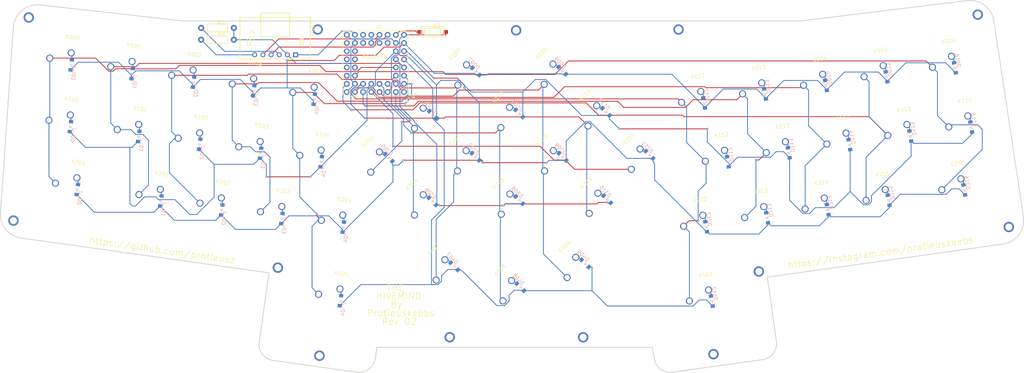
<source format=kicad_pcb>
(kicad_pcb (version 20221018) (generator pcbnew)
  (layers (0 "F.Cu" signal) (31 "B.Cu" signal) (34 "B.Paste" user) (35 "F.Paste" user) (36 "B.SilkS" user "B.Silkscreen") (37 "F.SilkS" user "F.Silkscreen") (38 "B.Mask" user) (39 "F.Mask" user) (44 "Edge.Cuts" user))
  (net 0 "")
  (net 1 "COL0")
  (net 2 "COL1")
  (net 3 "COL10")
  (net 4 "COL11")
  (net 5 "COL12")
  (net 6 "COL13")
  (net 7 "COL14")
  (net 8 "COL15")
  (net 9 "COL16")
  (net 10 "COL2")
  (net 11 "COL3")
  (net 12 "COL4")
  (net 13 "COL5")
  (net 14 "COL6")
  (net 15 "COL7")
  (net 16 "COL8")
  (net 17 "COL9")
  (net 18 "D+")
  (net 19 "D-")
  (net 20 "D000_A")
  (net 21 "D003_A")
  (net 22 "D009_A")
  (net 23 "D013_A")
  (net 24 "D014_A")
  (net 25 "D016_A")
  (net 26 "D101_A")
  (net 27 "D102_A")
  (net 28 "D104_A")
  (net 29 "D106_A")
  (net 30 "D110_A")
  (net 31 "D112_A")
  (net 32 "D115_A")
  (net 33 "D201_A")
  (net 34 "D202_A")
  (net 35 "D204_A")
  (net 36 "D205_A")
  (net 37 "D207_A")
  (net 38 "D211_A")
  (net 39 "D212_A")
  (net 40 "D215_A")
  (net 41 "D308_A")
  (net 42 "D408_A")
  (net 43 "D412_A")
  (net 44 "GND")
  (net 45 "K001_1")
  (net 46 "K002_1")
  (net 47 "K004_1")
  (net 48 "K007_1")
  (net 49 "K012_1")
  (net 50 "K015_1")
  (net 51 "K100_1")
  (net 52 "K103_1")
  (net 53 "K108_1")
  (net 54 "K113_1")
  (net 55 "K114_1")
  (net 56 "K116_1")
  (net 57 "K200_1")
  (net 58 "K203_1")
  (net 59 "K209_1")
  (net 60 "K213_1")
  (net 61 "K214_1")
  (net 62 "K216_1")
  (net 63 "K306_1")
  (net 64 "K310_1")
  (net 65 "K404_1")
  (net 66 "K407_1")
  (net 67 "K409_1")
  (net 68 "ROW0")
  (net 69 "ROW1")
  (net 70 "ROW2")
  (net 71 "ROW3")
  (net 72 "ROW4")
  (net 73 "RST")
  (net 74 "USB1_4")
  (net 75 "USB1_5")
  (net 76 "VCC")
  (footprint "easyeda:DIODE-SOD123" (layer "F.Cu") (at 123.223968 73.456261 -45)
    (fp_text reference "D106")
    (fp_text value "DIODE-SOD123" hide)
  )
  (footprint "easyeda:CHERRY_MX_100_MILLMAX" (layer "F.Cu") (at 149.131968 130.098261 45)
    (fp_text reference "K408")
    (fp_text value "100")
  )
  (footprint "easyeda:DIODE-SOD123" (layer "F.Cu") (at 271.178968 80.187261 -80)
    (fp_text reference "D115")
    (fp_text value "DIODE-SOD123" hide)
  )
  (footprint "easyeda:CHERRY_MX_100_MILLMAX" (layer "F.Cu") (at 54.008968 103.682261 -8)
    (fp_text reference "K202")
    (fp_text value "100")
  )
  (footprint "easyeda:DIODE-SOD123" (layer "F.Cu") (at 150.020968 99.999261 -45)
    (fp_text reference "D308")
    (fp_text value "DIODE-SOD123" hide)
  )
  (footprint "easyeda:DIODE-SOD123" (layer "F.Cu") (at 31.529968 80.314261 -98)
    (fp_text reference "D101")
    (fp_text value "DIODE-SOD123" hide)
  )
  (footprint "easyeda:DIODE-SOD123" (layer "F.Cu") (at 94.140968 131.368261 -98)
    (fp_text reference "D404")
    (fp_text value "DIODE-SOD123" hide)
  )
  (footprint "easyeda:CHERRY_MX_100_MILLMAX" (layer "F.Cu") (at 169.070968 122.859261 45)
    (fp_text reference "K409")
    (fp_text value "100")
  )
  (footprint "easyeda:gge34507" (layer "F.Cu") (at 105.062968 55.988261)
    (fp_text reference "J1")
    (fp_text value "PGA2040")
  )
  (footprint "easyeda:DIODE-SOD123" (layer "F.Cu") (at 233.459968 85.394261 -80)
    (fp_text reference "D113")
    (fp_text value "DIODE-SOD123" hide)
  )
  (footprint "easyeda:CHERRY_MX_100_MILLMAX" (layer "F.Cu") (at 162.085968 89.712261 45)
    (fp_text reference "K209")
    (fp_text value "100")
  )
  (footprint "easyeda:DIODE-SOD123" (layer "F.Cu") (at 252.255968 82.854261 -80)
    (fp_text reference "D114")
    (fp_text value "DIODE-SOD123" hide)
  )
  (footprint "easyeda:DIODE-SOD123" (layer "F.Cu") (at 129.827968 120.573261 -45)
    (fp_text reference "D407")
    (fp_text value "DIODE-SOD123" hide)
  )
  (footprint "easyeda:CHERRY_MX_100_MILLMAX" (layer "F.Cu") (at 135.034968 89.712261 45)
    (fp_text reference "K207")
    (fp_text value "100")
  )
  (footprint "easyeda:CHERRY_MX_100_MILLMAX" (layer "F.Cu") (at 45.245968 63.931261 -8)
    (fp_text reference "K002")
    (fp_text value "100")
  )
  (footprint "easyeda:CHERRY_MX_100_MILLMAX" (layer "F.Cu") (at 204.884968 109.778261 8)
    (fp_text reference "K212")
    (fp_text value "100")
  )
  (footprint "easyeda:CHERRY_MX_100_MILLMAX" (layer "F.Cu") (at 7.145968 77.901261 -8)
    (fp_text reference "K100")
    (fp_text value "100")
  )
  (footprint "easyeda:CHERRY_MX_100_MILLMAX" (layer "F.Cu") (at 7.399968 58.597261 -8)
    (fp_text reference "K000")
    (fp_text value "100")
  )
  (footprint "easyeda:CHERRY_MX_100_MILLMAX" (layer "F.Cu") (at 249.334968 84.251261 8)
    (fp_text reference "K114")
    (fp_text value "100")
  )
  (footprint "easyeda:CHERRY_MX_100_MILLMAX" (layer "F.Cu") (at 223.807968 107.111261 8)
    (fp_text reference "K213")
    (fp_text value "100")
  )
  (footprint "easyeda:CHERRY_MX_100_MILLMAX" (layer "F.Cu") (at 175.547968 75.742261 45)
    (fp_text reference "K110")
    (fp_text value "100")
  )
  (footprint "easyeda:DIODE-SOD123" (layer "F.Cu") (at 163.482968 86.537261 -45)
    (fp_text reference "D209")
    (fp_text value "DIODE-SOD123" hide)
  )
  (footprint "easyeda:DIODE-SOD123" (layer "F.Cu") (at 209.583968 131.495261 -80)
    (fp_text reference "D412")
    (fp_text value "DIODE-SOD123" hide)
  )
  (footprint "easyeda:CHERRY_MX_100_MILLMAX" (layer "F.Cu") (at 223.172968 68.630261 8)
    (fp_text reference "K013")
    (fp_text value "100")
  )
  (footprint "easyeda:CHERRY_MX_100_MILLMAX" (layer "F.Cu") (at 84.996968 88.823261 -8)
    (fp_text reference "K104")
    (fp_text value "100")
  )
  (footprint "easyeda:DIODE-SOD123" (layer "F.Cu") (at 285.021968 58.978261 -80)
    (fp_text reference "D016")
    (fp_text value "DIODE-SOD123" hide)
  )
  (footprint "easyeda:USB-C_TH_BREAKOUT_6P" (layer "F.Cu") (at 73.947968 48.691261 -90)
    (fp_text reference "USB1")
    (fp_text value "CC2")
  )
  (footprint "easyeda:CHERRY_MX_100_MILLMAX" (layer "F.Cu") (at 135.161968 63.042261 45)
    (fp_text reference "K007")
    (fp_text value "100")
  )
  (footprint "easyeda:CHERRY_MX_100_MILLMAX" (layer "F.Cu") (at 28.354968 80.822261 -8)
    (fp_text reference "K101")
    (fp_text value "100")
  )
  (footprint "easyeda:AXIAL-0.4" (layer "F.Cu") (at 56.040968 46.151261)
    (fp_text reference "R1")
    (fp_text value "5.1KΩ(5101)" hide)
  )
  (footprint "easyeda:DIODE-SOD123" (layer "F.Cu") (at 150.020968 73.075261 -45)
    (fp_text reference "D108")
    (fp_text value "DIODE-SOD123" hide)
  )
  (footprint "easyeda:CHERRY_MX_100_MILLMAX" (layer "F.Cu") (at 108.110968 90.093261 45)
    (fp_text reference "K205")
    (fp_text value "100")
  )
  (footprint "easyeda:CHERRY_MX_100_MILLMAX" (layer "F.Cu") (at 204.249968 71.297261 8)
    (fp_text reference "K012")
    (fp_text value "100")
  )
  (footprint "easyeda:DIODE-SOD123" (layer "F.Cu") (at 207.170968 69.900261 -80)
    (fp_text reference "D012")
    (fp_text value "DIODE-SOD123" hide)
  )
  (footprint "easyeda:CHERRY_MX_100_MILLMAX" (layer "F.Cu") (at 242.603968 104.444261 8)
    (fp_text reference "K214")
    (fp_text value "100")
  )
  (footprint "easyeda:DIODE-SOD123" (layer "F.Cu") (at 12.479968 96.824261 -98)
    (fp_text reference "D200")
    (fp_text value "DIODE-SOD123" hide)
  )
  (footprint "easyeda:CHERRY_MX_100_MILLMAX" (layer "F.Cu") (at 285.021968 98.475261 8)
    (fp_text reference "K216")
    (fp_text value "100")
  )
  (footprint "easyeda:CHERRY_MX_100_MILLMAX" (layer "F.Cu") (at 26.322968 61.264261 -8)
    (fp_text reference "K001")
    (fp_text value "100")
  )
  (footprint "easyeda:DIODE-SOD123" (layer "F.Cu") (at 150.401968 127.050261 -45)
    (fp_text reference "D408")
    (fp_text value "DIODE-SOD123" hide)
  )
  (footprint "easyeda:DIODE-SOD123" (layer "F.Cu") (at 38.387968 100.380261 -98)
    (fp_text reference "D201")
    (fp_text value "DIODE-SOD123" hide)
  )
  (footprint "easyeda:DIODE-SOD123" (layer "F.Cu") (at 123.096968 100.380261 -45)
    (fp_text reference "D306")
    (fp_text value "DIODE-SOD123" hide)
  )
  (footprint "easyeda:DIODE-SOD123" (layer "F.Cu") (at 10.574968 58.089261 -98)
    (fp_text reference "D000")
    (fp_text value "DIODE-SOD123" hide)
  )
  (footprint "easyeda:CHERRY_MX_100_MILLMAX" (layer "F.Cu") (at 66.073968 86.156261 -8)
    (fp_text reference "K103")
    (fp_text value "100")
  )
  (footprint "easyeda:DIODE-SOD123" (layer "F.Cu") (at 264.447968 100.126261 -80)
    (fp_text reference "D215")
    (fp_text value "DIODE-SOD123" hide)
  )
  (footprint "easyeda:DIODE-SOD123" (layer "F.Cu") (at 136.558968 59.994261 -45)
    (fp_text reference "D007")
    (fp_text value "DIODE-SOD123" hide)
  )
  (footprint "easyeda:CHERRY_MX_100_MILLMAX" (layer "F.Cu") (at 72.804968 106.349261 -8)
    (fp_text reference "K203")
    (fp_text value "100")
  )
  (footprint "easyeda:DIODE-SOD123" (layer "F.Cu") (at 88.171968 88.188261 -98)
    (fp_text reference "D104")
    (fp_text value "DIODE-SOD123" hide)
  )
  (footprint "easyeda:DIODE-SOD123" (layer "F.Cu") (at 214.536968 88.188261 -80)
    (fp_text reference "D112")
    (fp_text value "DIODE-SOD123" hide)
  )
  (footprint "easyeda:CHERRY_MX_100_MILLMAX" (layer "F.Cu") (at 91.727968 109.016261 -8)
    (fp_text reference "K204")
    (fp_text value "100")
  )
  (footprint "easyeda:CHERRY_MX_100_MILLMAX" (layer "F.Cu") (at 64.041968 66.598261 -8)
    (fp_text reference "K003")
    (fp_text value "100")
  )
  (footprint "easyeda:DIODE-SOD123" (layer "F.Cu") (at 67.216968 66.090261 -98)
    (fp_text reference "D003")
    (fp_text value "DIODE-SOD123" hide)
  )
  (footprint "easyeda:CHERRY_MX_100_MILLMAX" (layer "F.Cu") (at 268.257968 81.584261 8)
    (fp_text reference "K115")
    (fp_text value "100")
  )
  (footprint "easyeda:CHERRY_MX_100_MILLMAX" (layer "F.Cu") (at 148.496968 76.250261 45)
    (fp_text reference "K108")
    (fp_text value "100")
  )
  (footprint "easyeda:DIODE-SOD123" (layer "F.Cu") (at 10.320968 77.266261 -98)
    (fp_text reference "D100")
    (fp_text value "DIODE-SOD123" hide)
  )
  (footprint "easyeda:DIODE-SOD123" (layer "F.Cu") (at 207.805968 108.381261 -80)
    (fp_text reference "D212")
    (fp_text value "DIODE-SOD123" hide)
  )
  (footprint "easyeda:DIODE-SOD123" (layer "F.Cu") (at 245.016968 64.439261 -80)
    (fp_text reference "D014")
    (fp_text value "DIODE-SOD123" hide)
  )
  (footprint "easyeda:RESET SWITCH" (layer "F.Cu") (at 122.842968 47.421261)
    (fp_text reference "U3")
    (fp_text value "RESET SWITCH" hide)
  )
  (footprint "easyeda:DIODE-SOD123" (layer "F.Cu") (at 48.547968 63.423261 -98)
    (fp_text reference "D002")
    (fp_text value "DIODE-SOD123" hide)
  )
  (footprint "easyeda:DIODE-SOD123" (layer "F.Cu") (at 287.942968 96.951261 -80)
    (fp_text reference "D216")
    (fp_text value "DIODE-SOD123" hide)
  )
  (footprint "easyeda:CHERRY_MX_100_MILLMAX" (layer "F.Cu") (at 82.837968 69.265261 -8)
    (fp_text reference "K004")
    (fp_text value "100")
  )
  (footprint "easyeda:CHERRY_MX_100_MILLMAX" (layer "F.Cu") (at 230.538968 86.918261 8)
    (fp_text reference "K113")
    (fp_text value "100")
  )
  (footprint "easyeda:DIODE-SOD123" (layer "F.Cu") (at 75.979968 105.841261 -98)
    (fp_text reference "D203")
    (fp_text value "DIODE-SOD123" hide)
  )
  (footprint "easyeda:DIODE-SOD123" (layer "F.Cu") (at 29.497968 60.756261 -98)
    (fp_text reference "D001")
    (fp_text value "DIODE-SOD123" hide)
  )
  (footprint "easyeda:CHERRY_MX_100_MILLMAX" (layer "F.Cu") (at 242.095968 65.963261 8)
    (fp_text reference "K014")
    (fp_text value "100")
  )
  (footprint "easyeda:CHERRY_MX_100_MILLMAX" (layer "F.Cu") (at 161.958968 62.788261 45)
    (fp_text reference "K009")
    (fp_text value "100")
  )
  (footprint "easyeda:DIODE-SOD123" (layer "F.Cu") (at 226.093968 67.106261 -80)
    (fp_text reference "D013")
    (fp_text value "DIODE-SOD123" hide)
  )
  (footprint "easyeda:CHERRY_MX_100_MILLMAX" (layer "F.Cu") (at 260.891968 63.296261 8)
    (fp_text reference "K015")
    (fp_text value "100")
  )
  (footprint "easyeda:CHERRY_MX_100_MILLMAX" (layer "F.Cu") (at 9.177968 97.459261 -8)
    (fp_text reference "K200")
    (fp_text value "100")
  )
  (footprint "easyeda:CHERRY_MX_100_MILLMAX" (layer "F.Cu") (at 261.526968 101.777261 8)
    (fp_text reference "K215")
    (fp_text value "100")
  )
  (footprint "easyeda:CHERRY_MX_100_MILLMAX" (layer "F.Cu") (at 47.277968 83.489261 -8)
    (fp_text reference "K102")
    (fp_text value "100")
  )
  (footprint "easyeda:DIODE-SOD123" (layer "F.Cu") (at 86.012968 68.757261 -98)
    (fp_text reference "D004")
    (fp_text value "DIODE-SOD123" hide)
  )
  (footprint "easyeda:DIODE-SOD123" (layer "F.Cu") (at 290.101968 77.393261 -80)
    (fp_text reference "D116")
    (fp_text value "DIODE-SOD123" hide)
  )
  (footprint "easyeda:DIODE-SOD123" (layer "F.Cu") (at 57.310968 103.174261 -98)
    (fp_text reference "D202")
    (fp_text value "DIODE-SOD123" hide)
  )
  (footprint "easyeda:DIODE-SOD123" (layer "F.Cu") (at 95.029968 108.508261 -98)
    (fp_text reference "D204")
    (fp_text value "DIODE-SOD123" hide)
  )
  (footprint "easyeda:CHERRY_MX_100_MILLMAX" (layer "F.Cu") (at 128.430968 123.621261 45)
    (fp_text reference "K407")
    (fp_text value "100")
  )
  (footprint "easyeda:DIODE-SOD123" (layer "F.Cu") (at 226.728968 105.587261 -80)
    (fp_text reference "D213")
    (fp_text value "DIODE-SOD123" hide)
  )
  (footprint "easyeda:DIODE-SOD123" (layer "F.Cu") (at 163.355968 59.740261 -45)
    (fp_text reference "D009")
    (fp_text value "DIODE-SOD123" hide)
  )
  (footprint "easyeda:DIODE-SOD123" (layer "F.Cu") (at 69.375968 85.521261 -98)
    (fp_text reference "D103")
    (fp_text value "DIODE-SOD123" hide)
  )
  (footprint "easyeda:AXIAL-0.4" (layer "F.Cu") (at 56.040968 49.834261)
    (fp_text reference "R2")
    (fp_text value "5.1KΩ(5101)" hide)
  )
  (footprint "easyeda:CHERRY_MX_100_MILLMAX" (layer "F.Cu") (at 287.180968 78.917261 8)
    (fp_text reference "K116")
    (fp_text value "100")
  )
  (footprint "easyeda:CHERRY_MX_100_MILLMAX" (layer "F.Cu") (at 148.623968 103.174261 45)
    (fp_text reference "K308")
    (fp_text value "100")
  )
  (footprint "easyeda:DIODE-SOD123" (layer "F.Cu") (at 176.944968 72.567261 -45)
    (fp_text reference "D110")
    (fp_text value "DIODE-SOD123" hide)
  )
  (footprint "easyeda:DIODE-SOD123" (layer "F.Cu") (at 245.524968 103.047261 -80)
    (fp_text reference "D214")
    (fp_text value "DIODE-SOD123" hide)
  )
  (footprint "easyeda:DIODE-SOD123" (layer "F.Cu") (at 263.812968 61.772261 -80)
    (fp_text reference "D015")
    (fp_text value "DIODE-SOD123" hide)
  )
  (footprint "easyeda:CHERRY_MX_100_MILLMAX" (layer "F.Cu") (at 90.838968 132.003261 -8)
    (fp_text reference "K404")
    (fp_text value "100")
  )
  (footprint "easyeda:DIODE-SOD123" (layer "F.Cu") (at 50.452968 82.727261 -98)
    (fp_text reference "D102")
    (fp_text value "DIODE-SOD123" hide)
  )
  (footprint "easyeda:DIODE-SOD123" (layer "F.Cu") (at 109.507968 86.791261 -45)
    (fp_text reference "D205")
    (fp_text value "DIODE-SOD123" hide)
  )
  (footprint "easyeda:CHERRY_MX_100_MILLMAX" (layer "F.Cu") (at 35.085968 101.015261 -8)
    (fp_text reference "K201")
    (fp_text value "100")
  )
  (footprint "easyeda:DIODE-SOD123" (layer "F.Cu") (at 177.325968 99.745261 -45)
    (fp_text reference "D310")
    (fp_text value "DIODE-SOD123" hide)
  )
  (footprint "easyeda:CHERRY_MX_100_MILLMAX" (layer "F.Cu") (at 282.100968 60.375261 8)
    (fp_text reference "K016")
    (fp_text value "100")
  )
  (footprint "easyeda:CHERRY_MX_100_MILLMAX" (layer "F.Cu") (at 211.615968 89.585261 8)
    (fp_text reference "K112")
    (fp_text value "100")
  )
  (footprint "easyeda:CHERRY_MX_100_MILLMAX" (layer "F.Cu") (at 121.699968 103.428261 45)
    (fp_text reference "K306")
    (fp_text value "100")
  )
  (footprint "easyeda:CHERRY_MX_100_MILLMAX" (layer "F.Cu") (at 121.699968 76.504261 45)
    (fp_text reference "K106")
    (fp_text value "100")
  )
  (footprint "easyeda:CHERRY_MX_100_MILLMAX" (layer "F.Cu") (at 189.009968 89.204261 45)
    (fp_text reference "K211")
    (fp_text value "100")
  )
  (footprint "easyeda:DIODE-SOD123" (layer "F.Cu") (at 190.406968 85.902261 -45)
    (fp_text reference "D211")
    (fp_text value "DIODE-SOD123" hide)
  )
  (footprint "easyeda:DIODE-SOD123" (layer "F.Cu") (at 170.467968 119.684261 -45)
    (fp_text reference "D409")
    (fp_text value "DIODE-SOD123" hide)
  )
  (footprint "easyeda:CHERRY_MX_100_MILLMAX" (layer "F.Cu") (at 206.662968 133.019261 8)
    (fp_text reference "K412")
    (fp_text value "100")
  )
  (footprint "easyeda:CHERRY_MX_100_MILLMAX" (layer "F.Cu") (at 175.928968 102.920261 45)
    (fp_text reference "K310")
    (fp_text value "100")
  )
  (footprint "easyeda:DIODE-SOD123" (layer "F.Cu") (at 136.431968 86.537261 -45)
    (fp_text reference "D207")
    (fp_text value "DIODE-SOD123" hide)
  )
  (gr_line (start 190.978968 145.436261) (end 191.735968 149.222261) (stroke (width 0.254)) (layer "Edge.Cuts"))
  (gr_line (start -7.316032 45.957261) (end -11.326032 103.531261) (stroke (width 0.254)) (layer "Edge.Cuts"))
  (gr_arc (start 105.017968 148.925261) (mid 103.075707 152.222293) (end 99.370968 153.180261) (stroke (width 0.254)) (layer "Edge.Cuts"))
  (gr_line (start 105.507968 145.436261) (end 190.978968 145.436261) (stroke (width 0.254)) (layer "Edge.Cuts"))
  (gr_arc (start 197.334968 153.193261) (mid 193.746807 152.320523) (end 191.736413 149.222962) (stroke (width 0.254)) (layer "Edge.Cuts"))
  (gr_arc (start 288.731968 37.668261) (mid 294.180081 39.140857) (end 297.058824 43.995062) (stroke (width 0.254)) (layer "Edge.Cuts"))
  (gr_line (start 306.221968 104.809261) (end 297.058968 43.995261) (stroke (width 0.254)) (layer "Edge.Cuts"))
  (gr_line (start 105.017968 148.925261) (end 105.507968 145.436261) (stroke (width 0.254)) (layer "Edge.Cuts"))
  (gr_line (start 237.066968 43.992261) (end 45.423968 43.992261) (stroke (width 0.254)) (layer "Edge.Cuts"))
  (gr_line (start 72.026968 122.288261) (end 68.994968 143.862261) (stroke (width 0.254)) (layer "Edge.Cuts"))
  (gr_arc (start 73.249968 149.509261) (mid 69.952936 147.567) (end 68.994968 143.862261) (stroke (width 0.254)) (layer "Edge.Cuts"))
  (gr_line (start 45.423968 43.992261) (end 0.998968 39.024261) (stroke (width 0.254)) (layer "Edge.Cuts"))
  (gr_line (start 197.334968 153.193261) (end 225.301968 149.262261) (stroke (width 0.254)) (layer "Edge.Cuts"))
  (gr_line (start 226.748968 123.627261) (end 299.848968 113.353261) (stroke (width 0.254)) (layer "Edge.Cuts"))
  (gr_line (start 288.729968 37.667261) (end 237.066968 43.992261) (stroke (width 0.254)) (layer "Edge.Cuts"))
  (gr_arc (start 229.557968 143.615261) (mid 228.6 147.32) (end 225.302968 149.262261) (stroke (width 0.254)) (layer "Edge.Cuts"))
  (gr_arc (start -7.316032 45.957261) (mid -4.637069 40.718292) (end 0.998393 39.025597) (stroke (width 0.254)) (layer "Edge.Cuts"))
  (gr_line (start -4.887032 111.479261) (end 72.026968 122.288261) (stroke (width 0.254)) (layer "Edge.Cuts"))
  (gr_arc (start -4.887032 111.479261) (mid -9.671335 108.773565) (end -11.325851 103.532103) (stroke (width 0.254)) (layer "Edge.Cuts"))
  (gr_line (start 229.557968 143.615261) (end 226.748968 123.627261) (stroke (width 0.254)) (layer "Edge.Cuts"))
  (gr_line (start 73.249968 149.509261) (end 99.370968 153.180261) (stroke (width 0.254)) (layer "Edge.Cuts"))
  (gr_arc (start 306.221968 104.809261) (mid 304.817262 110.41089) (end 299.848386 113.35397) (stroke (width 0.254)) (layer "Edge.Cuts"))
  (gr_text "THE" (at 108.364968 126.923261) (layer "F.SilkS") (effects (font (size 2.032 2.032) (thickness 0.203)) (justify left)))
  (gr_text "By" (at 109.634968 132.130261) (layer "F.SilkS") (effects (font (size 2.032 2.032) (thickness 0.203)) (justify left)))
  (gr_text "https://github.com/protieusz" (at 16.162968 112.064261 -8) (layer "F.SilkS") (effects (font (size 2.032 2.032) (thickness 0.203)) (justify left)))
  (gr_text "https://instagram.com/protieuskeebs" (at 232.951968 120.065261 8) (layer "F.SilkS") (effects (font (size 2.032 2.032) (thickness 0.203)) (justify left)))
  (gr_text "HIVEMIND" (at 105.062968 129.463261) (layer "F.SilkS") (effects (font (size 2.032 2.032) (thickness 0.203)) (justify left)))
  (gr_text "Rev 02" (at 106.967968 137.464261) (layer "F.SilkS") (effects (font (size 2.032 2.032) (thickness 0.203)) (justify left)))
  (gr_text "Protieuskeebs" (at 102.268968 134.797261) (layer "F.SilkS") (effects (font (size 2.032 2.032) (thickness 0.203)) (justify left)))
  (via (at 292.054968 42.026261) (size 3.2) (drill 2.184) (layers "F.Cu" "B.Cu") (net 0))
  (via (at 128.139968 142.301261) (size 3.2) (drill 2.184) (layers "F.Cu" "B.Cu") (net 0))
  (via (at 148.750968 46.913261) (size 3.2) (drill 2.184) (layers "F.Cu" "B.Cu") (net 0))
  (via (at 169.564968 142.329261) (size 3.2) (drill 2.184) (layers "F.Cu" "B.Cu") (net 0))
  (via (at 224.098968 121.879261) (size 3.2) (drill 2.184) (layers "F.Cu" "B.Cu") (net 0))
  (via (at 87.702968 148.055261) (size 3.2) (drill 2.184) (layers "F.Cu" "B.Cu") (net 0))
  (via (at 199.169968 46.659261) (size 3.2) (drill 2.184) (layers "F.Cu" "B.Cu") (net 0))
  (via (at 74.782968 120.687261) (size 3.2) (drill 2.184) (layers "F.Cu" "B.Cu") (net 0))
  (via (at 301.701968 108.055261) (size 3.2) (drill 2.184) (layers "F.Cu" "B.Cu") (net 0))
  (via (at -2.542032 42.918261) (size 3.2) (drill 2.184) (layers "F.Cu" "B.Cu") (net 0))
  (via (at 87.155968 46.659261) (size 3.2) (drill 2.184) (layers "F.Cu" "B.Cu") (net 0))
  (via (at -7.297032 106.055261) (size 3.2) (drill 2.184) (layers "F.Cu" "B.Cu") (net 0))
  (via (at 210.019968 147.585261) (size 3.2) (drill 2.184) (layers "F.Cu" "B.Cu") (net 0))
  (segment (start 3.980968 55.551261) (end 18.216968 55.551261) (width 0.254) (layer "F.Cu") (net 1))
  (segment (start 44.156968 57.851261) (end 87.817968 57.851261) (width 0.254) (layer "F.Cu") (net 1))
  (segment (start 24.404968 58.863261) (end 43.144968 58.863261) (width 0.254) (layer "F.Cu") (net 1))
  (segment (start 87.817968 57.851261) (end 89.705968 59.740261) (width 0.254) (layer "F.Cu") (net 1))
  (segment (start 23.656968 59.611261) (end 24.404968 58.863261) (width 0.254) (layer "F.Cu") (net 1))
  (segment (start 43.144968 58.863261) (end 44.156968 57.851261) (width 0.254) (layer "F.Cu") (net 1))
  (segment (start 89.705968 59.740261) (end 99.375968 59.740261) (width 0.254) (layer "F.Cu") (net 1))
  (segment (start 22.275968 59.611261) (end 23.656968 59.611261) (width 0.254) (layer "F.Cu") (net 1))
  (segment (start 18.216968 55.551261) (end 22.275968 59.611261) (width 0.254) (layer "F.Cu") (net 1))
  (segment (start 100.645968 58.470261) (end 111.412968 58.470261) (width 0.254) (layer "F.Cu") (net 1))
  (segment (start 99.375968 59.740261) (end 100.645968 58.470261) (width 0.254) (layer "F.Cu") (net 1))
  (segment (start 3.980968 55.551261) (end 3.980968 74.601261) (width 0.254) (layer "B.Cu") (net 1))
  (segment (start 3.726968 92.381261) (end 5.758968 94.413261) (width 0.254) (layer "B.Cu") (net 1))
  (segment (start 3.726968 74.855261) (end 3.726968 92.381261) (width 0.254) (layer "B.Cu") (net 1))
  (segment (start 3.980968 74.601261) (end 3.726968 74.855261) (width 0.254) (layer "B.Cu") (net 1))
  (segment (start 31.771968 57.199261) (end 30.752968 58.218261) (width 0.254) (layer "F.Cu") (net 2))
  (segment (start 30.752968 58.218261) (end 22.903968 58.218261) (width 0.254) (layer "F.Cu") (net 2))
  (segment (start 112.682968 57.199261) (end 31.771968 57.199261) (width 0.254) (layer "F.Cu") (net 2))
  (segment (start 113.952968 58.470261) (end 112.682968 57.199261) (width 0.254) (layer "F.Cu") (net 2))
  (segment (start 34.613968 81.015261) (end 34.613968 95.022261) (width 0.254) (layer "B.Cu") (net 2))
  (segment (start 29.137968 77.776261) (end 30.639968 79.278261) (width 0.254) (layer "B.Cu") (net 2))
  (segment (start 32.876968 79.278261) (end 34.613968 81.015261) (width 0.254) (layer "B.Cu") (net 2))
  (segment (start 30.639968 79.278261) (end 32.876968 79.278261) (width 0.254) (layer "B.Cu") (net 2))
  (segment (start 24.935968 77.776261) (end 22.903968 75.744261) (width 0.254) (layer "B.Cu") (net 2))
  (segment (start 22.903968 75.744261) (end 22.903968 58.218261) (width 0.254) (layer "B.Cu") (net 2))
  (segment (start 34.613968 95.022261) (end 31.666968 97.969261) (width 0.254) (layer "B.Cu") (net 2))
  (segment (start 24.935968 77.776261) (end 29.137968 77.776261) (width 0.254) (layer "B.Cu") (net 2))
  (segment (start 101.765968 74.211261) (end 126.441968 74.211261) (width 0.254) (layer "F.Cu") (net 3))
  (segment (start 168.234968 73.818261) (end 171.057968 76.640261) (width 0.254) (layer "F.Cu") (net 3))
  (segment (start 126.441968 74.211261) (end 126.834968 73.818261) (width 0.254) (layer "F.Cu") (net 3))
  (segment (start 126.834968 73.818261) (end 168.234968 73.818261) (width 0.254) (layer "F.Cu") (net 3))
  (via (at 101.765968 74.211261) (size 0.61) (drill 0.305) (layers "F.Cu" "B.Cu") (net 3))
  (segment (start 170.666968 103.046261) (end 170.666968 77.031261) (width 0.254) (layer "B.Cu") (net 3))
  (segment (start 97.442968 65.619261) (end 97.442968 69.888261) (width 0.254) (layer "B.Cu") (net 3))
  (segment (start 97.442968 69.888261) (end 101.765968 74.211261) (width 0.254) (layer "B.Cu") (net 3))
  (segment (start 102.522968 64.820261) (end 98.241968 64.820261) (width 0.254) (layer "B.Cu") (net 3))
  (segment (start 170.666968 77.031261) (end 171.057968 76.640261) (width 0.254) (layer "B.Cu") (net 3))
  (segment (start 103.792968 63.550261) (end 102.522968 64.820261) (width 0.254) (layer "B.Cu") (net 3))
  (segment (start 171.438968 103.818261) (end 170.666968 103.046261) (width 0.254) (layer "B.Cu") (net 3))
  (segment (start 98.241968 64.820261) (end 97.442968 65.619261) (width 0.254) (layer "B.Cu") (net 3))
  (segment (start 166.880968 90.102261) (end 184.519968 90.102261) (width 0.254) (layer "F.Cu") (net 4))
  (segment (start 156.195968 82.943261) (end 160.484968 87.232261) (width 0.254) (layer "F.Cu") (net 4))
  (segment (start 164.010968 87.232261) (end 166.880968 90.102261) (width 0.254) (layer "F.Cu") (net 4))
  (segment (start 160.484968 87.232261) (end 164.010968 87.232261) (width 0.254) (layer "F.Cu") (net 4))
  (segment (start 110.501968 82.943261) (end 156.195968 82.943261) (width 0.254) (layer "F.Cu") (net 4))
  (via (at 110.501968 82.943261) (size 0.61) (drill 0.305) (layers "F.Cu" "B.Cu") (net 4))
  (segment (start 110.501968 72.799261) (end 110.501968 82.943261) (width 0.254) (layer "B.Cu") (net 4))
  (segment (start 103.792968 66.090261) (end 110.501968 72.799261) (width 0.254) (layer "B.Cu") (net 4))
  (segment (start 202.465968 106.085261) (end 205.270968 106.085261) (width 0.254) (layer "F.Cu") (net 5))
  (segment (start 99.372968 64.820261) (end 100.642968 63.550261) (width 0.254) (layer "F.Cu") (net 5))
  (segment (start 98.289968 64.820261) (end 99.372968 64.820261) (width 0.254) (layer "F.Cu") (net 5))
  (segment (start 97.542968 65.567261) (end 98.289968 64.820261) (width 0.254) (layer "F.Cu") (net 5))
  (segment (start 200.758968 107.793261) (end 202.465968 106.085261) (width 0.254) (layer "F.Cu") (net 5))
  (segment (start 97.542968 66.739261) (end 97.542968 65.567261) (width 0.254) (layer "F.Cu") (net 5))
  (segment (start 100.642968 63.550261) (end 101.252968 63.550261) (width 0.254) (layer "F.Cu") (net 5))
  (segment (start 200.123968 69.312261) (end 199.030968 68.219261) (width 0.254) (layer "F.Cu") (net 5))
  (segment (start 99.023968 68.219261) (end 97.542968 66.739261) (width 0.254) (layer "F.Cu") (net 5))
  (segment (start 199.030968 68.219261) (end 99.023968 68.219261) (width 0.254) (layer "F.Cu") (net 5))
  (via (at 205.270968 106.085261) (size 0.61) (drill 0.305) (layers "F.Cu" "B.Cu") (net 5))
  (segment (start 207.737968 94.428261) (end 205.270968 96.896261) (width 0.254) (layer "B.Cu") (net 5))
  (segment (start 207.489968 87.600261) (end 207.737968 87.849261) (width 0.254) (layer "B.Cu") (net 5))
  (segment (start 205.270968 96.896261) (end 205.270968 106.085261) (width 0.254) (layer "B.Cu") (net 5))
  (segment (start 202.536968 109.571261) (end 200.758968 107.793261) (width 0.254) (layer "B.Cu") (net 5))
  (segment (start 201.683968 81.794261) (end 201.683968 70.872261) (width 0.254) (layer "B.Cu") (net 5))
  (segment (start 201.683968 70.872261) (end 200.123968 69.312261) (width 0.254) (layer "B.Cu") (net 5))
  (segment (start 207.737968 87.849261) (end 207.737968 94.428261) (width 0.254) (layer "B.Cu") (net 5))
  (segment (start 202.536968 131.034261) (end 202.536968 109.571261) (width 0.254) (layer "B.Cu") (net 5))
  (segment (start 207.489968 87.600261) (end 201.683968 81.794261) (width 0.254) (layer "B.Cu") (net 5))
  (segment (start 201.318968 70.872261) (end 182.129968 70.872261) (width 0.254) (layer "F.Cu") (net 6))
  (segment (start 203.717968 68.473261) (end 201.318968 70.872261) (width 0.254) (layer "F.Cu") (net 6))
  (segment (start 219.046968 66.645261) (end 217.217968 68.473261) (width 0.254) (layer "F.Cu") (net 6))
  (segment (start 118.451968 68.973261) (end 117.021968 70.404261) (width 0.254) (layer "F.Cu") (net 6))
  (segment (start 217.217968 68.473261) (end 203.717968 68.473261) (width 0.254) (layer "F.Cu") (net 6))
  (segment (start 224.115968 87.229261) (end 223.193968 87.229261) (width 0.254) (layer "F.Cu") (net 6))
  (segment (start 226.412968 84.933261) (end 224.115968 87.229261) (width 0.254) (layer "F.Cu") (net 6))
  (segment (start 117.021968 70.404261) (end 101.865968 70.404261) (width 0.254) (layer "F.Cu") (net 6))
  (segment (start 182.129968 70.872261) (end 180.230968 68.973261) (width 0.254) (layer "F.Cu") (net 6))
  (segment (start 180.230968 68.973261) (end 118.451968 68.973261) (width 0.254) (layer "F.Cu") (net 6))
  (via (at 101.865968 70.404261) (size 0.61) (drill 0.305) (layers "F.Cu" "B.Cu") (net 6))
  (via (at 223.193968 87.229261) (size 0.61) (drill 0.305) (layers "F.Cu" "B.Cu") (net 6))
  (segment (start 101.252968 66.090261) (end 101.252968 69.791261) (width 0.254) (layer "B.Cu") (net 6))
  (segment (start 226.412968 84.933261) (end 220.606968 79.127261) (width 0.254) (layer "B.Cu") (net 6))
  (segment (start 223.193968 87.229261) (end 223.193968 101.614261) (width 0.254) (layer "B.Cu") (net 6))
  (segment (start 220.606968 68.205261) (end 219.046968 66.645261) (width 0.254) (layer "B.Cu") (net 6))
  (segment (start 101.252968 69.791261) (end 101.865968 70.404261) (width 0.254) (layer "B.Cu") (net 6))
  (segment (start 220.606968 79.127261) (end 220.606968 68.205261) (width 0.254) (layer "B.Cu") (net 6))
  (segment (start 223.193968 101.614261) (end 219.681968 105.126261) (width 0.254) (layer "B.Cu") (net 6))
  (segment (start 160.438968 67.779261) (end 106.221968 67.779261) (width 0.254) (layer "F.Cu") (net 7))
  (segment (start 163.785968 64.433261) (end 160.438968 67.779261) (width 0.254) (layer "F.Cu") (net 7))
  (segment (start 207.353968 64.433261) (end 163.785968 64.433261) (width 0.254) (layer "F.Cu") (net 7))
  (segment (start 237.219968 64.727261) (end 207.647968 64.727261) (width 0.254) (layer "F.Cu") (net 7))
  (segment (start 104.962968 66.520261) (end 104.962968 65.457261) (width 0.254) (layer "F.Cu") (net 7))
  (segment (start 207.647968 64.727261) (end 207.353968 64.433261) (width 0.254) (layer "F.Cu") (net 7))
  (segment (start 237.969968 63.978261) (end 237.219968 64.727261) (width 0.254) (layer "F.Cu") (net 7))
  (segment (start 106.221968 67.779261) (end 104.962968 66.520261) (width 0.254) (layer "F.Cu") (net 7))
  (segment (start 104.962968 65.457261) (end 104.324968 64.820261) (width 0.254) (layer "F.Cu") (net 7))
  (segment (start 104.324968 64.820261) (end 99.982968 64.820261) (width 0.254) (layer "F.Cu") (net 7))
  (segment (start 99.982968 64.820261) (end 98.712968 66.090261) (width 0.254) (layer "F.Cu") (net 7))
  (segment (start 238.477968 88.997261) (end 245.208968 82.266261) (width 0.254) (layer "B.Cu") (net 7))
  (segment (start 239.529968 65.538261) (end 237.969968 63.978261) (width 0.254) (layer "B.Cu") (net 7))
  (segment (start 238.477968 102.459261) (end 238.477968 88.997261) (width 0.254) (layer "B.Cu") (net 7))
  (segment (start 239.529968 76.587261) (end 239.529968 65.538261) (width 0.254) (layer "B.Cu") (net 7))
  (segment (start 245.208968 82.266261) (end 239.529968 76.587261) (width 0.254) (layer "B.Cu") (net 7))
  (segment (start 200.829968 73.741261) (end 258.274968 73.741261) (width 0.254) (layer "F.Cu") (net 8))
  (segment (start 258.274968 73.741261) (end 264.131968 79.599261) (width 0.254) (layer "F.Cu") (net 8))
  (segment (start 170.523968 69.481261) (end 174.324968 73.282261) (width 0.254) (layer "F.Cu") (net 8))
  (segment (start 97.489968 71.603261) (end 116.727968 71.603261) (width 0.254) (layer "F.Cu") (net 8))
  (segment (start 118.849968 69.481261) (end 170.523968 69.481261) (width 0.254) (layer "F.Cu") (net 8))
  (segment (start 116.727968 71.603261) (end 118.849968 69.481261) (width 0.254) (layer "F.Cu") (net 8))
  (segment (start 174.324968 73.282261) (end 200.369968 73.282261) (width 0.254) (layer "F.Cu") (net 8))
  (segment (start 200.369968 73.282261) (end 200.829968 73.741261) (width 0.254) (layer "F.Cu") (net 8))
  (via (at 97.489968 71.604261) (size 0.61) (drill 0.305) (layers "F.Cu" "B.Cu") (net 8))
  (segment (start 94.984968 64.738261) (end 94.984968 69.099261) (width 0.254) (layer "B.Cu") (net 8))
  (segment (start 257.400968 86.330261) (end 264.131968 79.599261) (width 0.254) (layer "B.Cu") (net 8))
  (segment (start 258.325968 62.871261) (end 256.765968 61.311261) (width 0.254) (layer "B.Cu") (net 8))
  (segment (start 264.131968 79.599261) (end 258.325968 73.793261) (width 0.254) (layer "B.Cu") (net 8))
  (segment (start 94.984968 69.099261) (end 97.489968 71.603261) (width 0.254) (layer "B.Cu") (net 8))
  (segment (start 258.325968 73.793261) (end 258.325968 62.871261) (width 0.254) (layer "B.Cu") (net 8))
  (segment (start 257.400968 99.792261) (end 257.400968 86.330261) (width 0.254) (layer "B.Cu") (net 8))
  (segment (start 96.172968 63.550261) (end 94.984968 64.738261) (width 0.254) (layer "B.Cu") (net 8))
  (segment (start 164.964968 56.447261) (end 160.778968 60.633261) (width 0.254) (layer "F.Cu") (net 9))
  (segment (start 126.021968 59.746261) (end 99.976968 59.746261) (width 0.254) (layer "F.Cu") (net 9))
  (segment (start 276.031968 56.447261) (end 164.964968 56.447261) (width 0.254) (layer "F.Cu") (net 9))
  (segment (start 126.908968 60.633261) (end 126.021968 59.746261) (width 0.254) (layer "F.Cu") (net 9))
  (segment (start 277.974968 58.390261) (end 276.031968 56.447261) (width 0.254) (layer "F.Cu") (net 9))
  (segment (start 160.778968 60.633261) (end 126.908968 60.633261) (width 0.254) (layer "F.Cu") (net 9))
  (segment (start 99.976968 59.746261) (end 98.712968 61.010261) (width 0.254) (layer "F.Cu") (net 9))
  (segment (start 279.534968 59.950261) (end 277.974968 58.390261) (width 0.254) (layer "B.Cu") (net 9))
  (segment (start 282.091968 75.969261) (end 279.534968 73.412261) (width 0.254) (layer "B.Cu") (net 9))
  (segment (start 292.046968 76.281261) (end 293.458968 77.694261) (width 0.254) (layer "B.Cu") (net 9))
  (segment (start 282.404968 76.281261) (end 292.046968 76.281261) (width 0.254) (layer "B.Cu") (net 9))
  (segment (start 283.054968 76.932261) (end 282.091968 75.969261) (width 0.254) (layer "B.Cu") (net 9))
  (segment (start 279.534968 73.412261) (end 279.534968 59.950261) (width 0.254) (layer "B.Cu") (net 9))
  (segment (start 293.458968 77.694261) (end 293.458968 83.927261) (width 0.254) (layer "B.Cu") (net 9))
  (segment (start 282.091968 75.969261) (end 282.404968 76.281261) (width 0.254) (layer "B.Cu") (net 9))
  (segment (start 293.458968 83.927261) (end 280.895968 96.490261) (width 0.254) (layer "B.Cu") (net 9))
  (segment (start 41.826968 60.885261) (end 65.287968 60.885261) (width 0.254) (layer "F.Cu") (net 10))
  (segment (start 110.240968 62.182261) (end 111.412968 61.010261) (width 0.254) (layer "F.Cu") (net 10))
  (segment (start 93.079968 60.523261) (end 94.737968 62.182261) (width 0.254) (layer "F.Cu") (net 10))
  (segment (start 65.649968 60.523261) (end 93.079968 60.523261) (width 0.254) (layer "F.Cu") (net 10))
  (segment (start 94.737968 62.182261) (end 110.240968 62.182261) (width 0.254) (layer "F.Cu") (net 10))
  (segment (start 65.287968 60.885261) (end 65.649968 60.523261) (width 0.254) (layer "F.Cu") (net 10))
  (segment (start 41.826968 78.411261) (end 41.826968 60.885261) (width 0.254) (layer "B.Cu") (net 10))
  (segment (start 41.111968 91.159261) (end 50.589968 100.636261) (width 0.254) (layer "B.Cu") (net 10))
  (segment (start 43.350968 79.935261) (end 41.111968 82.174261) (width 0.254) (layer "B.Cu") (net 10))
  (segment (start 43.858968 80.443261) (end 43.350968 79.935261) (width 0.254) (layer "B.Cu") (net 10))
  (segment (start 43.350968 79.935261) (end 41.826968 78.411261) (width 0.254) (layer "B.Cu") (net 10))
  (segment (start 41.111968 82.174261) (end 41.111968 91.159261) (width 0.254) (layer "B.Cu") (net 10))
  (segment (start 93.205968 68.938261) (end 113.250968 68.938261) (width 0.254) (layer "F.Cu") (net 11))
  (segment (start 68.876968 63.148261) (end 87.414968 63.148261) (width 0.254) (layer "F.Cu") (net 11))
  (segment (start 87.414968 63.148261) (end 93.205968 68.938261) (width 0.254) (layer "F.Cu") (net 11))
  (segment (start 68.471968 63.552261) (end 68.876968 63.148261) (width 0.254) (layer "F.Cu") (net 11))
  (segment (start 60.622968 63.552261) (end 68.471968 63.552261) (width 0.254) (layer "F.Cu") (net 11))
  (via (at 113.250968 68.938261) (size 0.61) (drill 0.305) (layers "F.Cu" "B.Cu") (net 11))
  (segment (start 66.277968 83.110261) (end 62.654968 83.110261) (width 0.254) (layer "B.Cu") (net 11))
  (segment (start 60.622968 81.078261) (end 60.622968 63.552261) (width 0.254) (layer "B.Cu") (net 11))
  (segment (start 67.840968 84.673261) (end 66.277968 83.110261) (width 0.254) (layer "B.Cu") (net 11))
  (segment (start 70.666968 84.673261) (end 67.840968 84.673261) (width 0.254) (layer "B.Cu") (net 11))
  (segment (start 62.654968 83.110261) (end 60.622968 81.078261) (width 0.254) (layer "B.Cu") (net 11))
  (segment (start 113.952968 61.010261) (end 115.132968 62.190261) (width 0.254) (layer "B.Cu") (net 11))
  (segment (start 72.317968 100.371261) (end 72.317968 86.324261) (width 0.254) (layer "B.Cu") (net 11))
  (segment (start 115.132968 62.190261) (end 115.132968 67.056261) (width 0.254) (layer "B.Cu") (net 11))
  (segment (start 69.385968 103.304261) (end 72.317968 100.371261) (width 0.254) (layer "B.Cu") (net 11))
  (segment (start 72.317968 86.324261) (end 70.666968 84.673261) (width 0.254) (layer "B.Cu") (net 11))
  (segment (start 115.132968 67.056261) (end 113.250968 68.938261) (width 0.254) (layer "B.Cu") (net 11))
  (segment (start 86.883968 104.546261) (end 86.883968 103.984261) (width 0.254) (layer "F.Cu") (net 12))
  (segment (start 114.282968 69.692261) (end 89.211968 69.692261) (width 0.254) (layer "F.Cu") (net 12))
  (segment (start 113.952968 63.550261) (end 116.306968 63.550261) (width 0.254) (layer "F.Cu") (net 12))
  (segment (start 88.308968 105.970261) (end 86.883968 104.546261) (width 0.254) (layer "F.Cu") (net 12))
  (segment (start 85.738968 66.219261) (end 79.418968 66.219261) (width 0.254) (layer "F.Cu") (net 12))
  (segment (start 89.211968 69.692261) (end 85.738968 66.219261) (width 0.254) (layer "F.Cu") (net 12))
  (via (at 116.306968 63.550261) (size 0.61) (drill 0.305) (layers "F.Cu" "B.Cu") (net 12))
  (via (at 114.282968 69.692261) (size 0.61) (drill 0.305) (layers "F.Cu" "B.Cu") (net 12))
  (via (at 86.883968 103.984261) (size 0.61) (drill 0.305) (layers "F.Cu" "B.Cu") (net 12))
  (segment (start 87.419968 128.957261) (end 85.408968 126.947261) (width 0.254) (layer "B.Cu") (net 12))
  (segment (start 81.577968 98.677261) (end 86.883968 103.984261) (width 0.254) (layer "B.Cu") (net 12))
  (segment (start 81.577968 85.777261) (end 79.418968 83.618261) (width 0.254) (layer "B.Cu") (net 12))
  (segment (start 85.408968 126.947261) (end 85.408968 107.828261) (width 0.254) (layer "B.Cu") (net 12))
  (segment (start 116.306968 67.668261) (end 116.306968 63.550261) (width 0.254) (layer "B.Cu") (net 12))
  (segment (start 81.577968 85.777261) (end 81.577968 98.677261) (width 0.254) (layer "B.Cu") (net 12))
  (segment (start 114.282968 69.692261) (end 116.306968 67.668261) (width 0.254) (layer "B.Cu") (net 12))
  (segment (start 85.408968 107.828261) (end 87.266968 105.970261) (width 0.254) (layer "B.Cu") (net 12))
  (segment (start 87.266968 105.970261) (end 88.308968 105.970261) (width 0.254) (layer "B.Cu") (net 12))
  (segment (start 79.418968 83.618261) (end 79.418968 66.219261) (width 0.254) (layer "B.Cu") (net 12))
  (segment (start 113.250968 75.323261) (end 115.356968 75.323261) (width 0.254) (layer "F.Cu") (net 13))
  (segment (start 115.356968 75.323261) (end 115.871968 74.808261) (width 0.254) (layer "F.Cu") (net 13))
  (via (at 115.871968 74.808261) (size 0.61) (drill 0.305) (layers "F.Cu" "B.Cu") (net 13))
  (via (at 113.250968 75.323261) (size 0.61) (drill 0.305) (layers "F.Cu" "B.Cu") (net 13))
  (segment (start 113.250968 81.360261) (end 113.250968 75.323261) (width 0.254) (layer "B.Cu") (net 13))
  (segment (start 111.412968 66.090261) (end 111.412968 70.349261) (width 0.254) (layer "B.Cu") (net 13))
  (segment (start 103.620968 90.991261) (end 113.250968 81.360261) (width 0.254) (layer "B.Cu") (net 13))
  (segment (start 111.412968 70.349261) (end 115.871968 74.808261) (width 0.254) (layer "B.Cu") (net 13))
  (segment (start 117.209968 104.326261) (end 116.847968 103.964261) (width 0.254) (layer "B.Cu") (net 14))
  (segment (start 117.209968 77.402261) (end 117.209968 77.006261) (width 0.254) (layer "B.Cu") (net 14))
  (segment (start 110.042968 64.720261) (end 108.872968 63.550261) (width 0.254) (layer "B.Cu") (net 14))
  (segment (start 110.042968 69.839261) (end 110.042968 64.720261) (width 0.254) (layer "B.Cu") (net 14))
  (segment (start 116.847968 77.764261) (end 117.209968 77.402261) (width 0.254) (layer "B.Cu") (net 14))
  (segment (start 117.209968 77.006261) (end 110.042968 69.839261) (width 0.254) (layer "B.Cu") (net 14))
  (segment (start 116.847968 103.964261) (end 116.847968 77.764261) (width 0.254) (layer "B.Cu") (net 14))
  (segment (start 110.142968 64.820261) (end 110.142968 63.111261) (width 0.254) (layer "F.Cu") (net 15))
  (segment (start 111.935968 62.380261) (end 112.682968 63.127261) (width 0.254) (layer "F.Cu") (net 15))
  (segment (start 112.682968 63.127261) (end 112.682968 63.989261) (width 0.254) (layer "F.Cu") (net 15))
  (segment (start 129.791968 64.820261) (end 130.671968 63.940261) (width 0.254) (layer "F.Cu") (net 15))
  (segment (start 108.872968 66.090261) (end 110.142968 64.820261) (width 0.254) (layer "F.Cu") (net 15))
  (segment (start 110.142968 63.111261) (end 110.873968 62.380261) (width 0.254) (layer "F.Cu") (net 15))
  (segment (start 110.873968 62.380261) (end 111.935968 62.380261) (width 0.254) (layer "F.Cu") (net 15))
  (segment (start 112.682968 63.989261) (end 113.513968 64.820261) (width 0.254) (layer "F.Cu") (net 15))
  (segment (start 113.513968 64.820261) (end 129.791968 64.820261) (width 0.254) (layer "F.Cu") (net 15))
  (segment (start 129.370968 91.783261) (end 130.544968 90.610261) (width 0.254) (layer "B.Cu") (net 15))
  (segment (start 130.311968 64.300261) (end 130.671968 63.940261) (width 0.254) (layer "B.Cu") (net 15))
  (segment (start 130.544968 90.610261) (end 130.311968 90.377261) (width 0.254) (layer "B.Cu") (net 15))
  (segment (start 130.311968 90.377261) (end 130.311968 64.300261) (width 0.254) (layer "B.Cu") (net 15))
  (segment (start 129.370968 100.246261) (end 129.370968 91.783261) (width 0.254) (layer "B.Cu") (net 15))
  (segment (start 123.940968 105.677261) (end 129.370968 100.246261) (width 0.254) (layer "B.Cu") (net 15))
  (segment (start 123.940968 124.519261) (end 123.940968 105.677261) (width 0.254) (layer "B.Cu") (net 15))
  (segment (start 144.006968 77.148261) (end 142.369968 78.785261) (width 0.254) (layer "F.Cu") (net 16))
  (segment (start 142.369968 78.785261) (end 116.246968 78.785261) (width 0.254) (layer "F.Cu") (net 16))
  (via (at 116.246968 78.785261) (size 0.61) (drill 0.305) (layers "F.Cu" "B.Cu") (net 16))
  (segment (start 143.657968 77.497261) (end 144.006968 77.148261) (width 0.254) (layer "B.Cu") (net 16))
  (segment (start 143.852968 104.352261) (end 144.133968 104.072261) (width 0.254) (layer "B.Cu") (net 16))
  (segment (start 106.332968 63.550261) (end 107.701968 64.919261) (width 0.254) (layer "B.Cu") (net 16))
  (segment (start 113.839968 74.597261) (end 113.839968 76.377261) (width 0.254) (layer "B.Cu") (net 16))
  (segment (start 144.641968 130.996261) (end 143.852968 130.208261) (width 0.254) (layer "B.Cu") (net 16))
  (segment (start 107.701968 64.919261) (end 107.701968 68.459261) (width 0.254) (layer "B.Cu") (net 16))
  (segment (start 144.133968 104.072261) (end 143.657968 103.596261) (width 0.254) (layer "B.Cu") (net 16))
  (segment (start 113.839968 76.377261) (end 116.246968 78.785261) (width 0.254) (layer "B.Cu") (net 16))
  (segment (start 107.701968 68.459261) (end 113.839968 74.597261) (width 0.254) (layer "B.Cu") (net 16))
  (segment (start 143.852968 130.208261) (end 143.852968 104.352261) (width 0.254) (layer "B.Cu") (net 16))
  (segment (start 143.657968 103.596261) (end 143.657968 77.497261) (width 0.254) (layer "B.Cu") (net 16))
  (segment (start 129.206968 67.358261) (end 131.091968 65.472261) (width 0.254) (layer "F.Cu") (net 17))
  (segment (start 155.681968 65.472261) (end 157.468968 63.686261) (width 0.254) (layer "F.Cu") (net 17))
  (segment (start 107.600968 67.358261) (end 129.206968 67.358261) (width 0.254) (layer "F.Cu") (net 17))
  (segment (start 106.332968 66.090261) (end 107.600968 67.358261) (width 0.254) (layer "F.Cu") (net 17))
  (segment (start 131.091968 65.472261) (end 155.681968 65.472261) (width 0.254) (layer "F.Cu") (net 17))
  (segment (start 157.468968 63.686261) (end 157.030968 64.124261) (width 0.254) (layer "B.Cu") (net 17))
  (segment (start 157.030968 90.045261) (end 157.595968 90.610261) (width 0.254) (layer "B.Cu") (net 17))
  (segment (start 157.234968 116.412261) (end 157.234968 90.970261) (width 0.254) (layer "B.Cu") (net 17))
  (segment (start 157.030968 64.124261) (end 157.030968 90.045261) (width 0.254) (layer "B.Cu") (net 17))
  (segment (start 157.234968 90.970261) (end 157.595968 90.610261) (width 0.254) (layer "B.Cu") (net 17))
  (segment (start 164.580968 123.757261) (end 157.234968 116.412261) (width 0.254) (layer "B.Cu") (net 17))
  (segment (start 75.072968 49.580261) (end 70.137968 54.515261) (width 0.254) (layer "F.Cu") (net 18))
  (segment (start 105.062968 49.580261) (end 75.072968 49.580261) (width 0.254) (layer "F.Cu") (net 18))
  (segment (start 106.332968 48.310261) (end 105.062968 49.580261) (width 0.254) (layer "F.Cu") (net 18))
  (segment (start 105.062968 50.411261) (end 105.893968 49.580261) (width 0.254) (layer "F.Cu") (net 19))
  (segment (start 104.357968 52.120261) (end 105.062968 51.415261) (width 0.254) (layer "F.Cu") (net 19))
  (segment (start 105.062968 51.415261) (end 105.062968 50.411261) (width 0.254) (layer "F.Cu") (net 19))
  (segment (start 75.071968 52.120261) (end 104.357968 52.120261) (width 0.254) (layer "F.Cu") (net 19))
  (segment (start 107.602968 49.580261) (end 108.872968 48.310261) (width 0.254) (layer "F.Cu") (net 19))
  (segment (start 72.677968 54.515261) (end 75.071968 52.120261) (width 0.254) (layer "F.Cu") (net 19))
  (segment (start 105.893968 49.580261) (end 107.602968 49.580261) (width 0.254) (layer "F.Cu") (net 19))
  (segment (start 10.621968 53.920261) (end 10.852968 54.151261) (width 0.254) (layer "B.Cu") (net 20))
  (segment (start 10.852968 54.151261) (end 10.852968 56.108261) (width 0.254) (layer "B.Cu") (net 20))
  (segment (start 67.494968 62.152261) (end 67.494968 64.109261) (width 0.254) (layer "B.Cu") (net 21))
  (segment (start 67.263968 61.921261) (end 67.494968 62.152261) (width 0.254) (layer "B.Cu") (net 21))
  (segment (start 160.162968 57.400261) (end 161.015968 57.400261) (width 0.254) (layer "B.Cu") (net 22))
  (segment (start 161.015968 57.400261) (end 161.941968 58.326261) (width 0.254) (layer "B.Cu") (net 22))
  (segment (start 225.746968 64.011261) (end 225.746968 65.136261) (width 0.254) (layer "B.Cu") (net 23))
  (segment (start 224.980968 63.246261) (end 225.746968 64.011261) (width 0.254) (layer "B.Cu") (net 23))
  (segment (start 244.670968 61.344261) (end 244.670968 62.469261) (width 0.254) (layer "B.Cu") (net 24))
  (segment (start 243.902968 60.579261) (end 244.670968 61.344261) (width 0.254) (layer "B.Cu") (net 24))
  (segment (start 284.675968 55.756261) (end 284.675968 57.008261) (width 0.254) (layer "B.Cu") (net 25))
  (segment (start 283.907968 54.991261) (end 284.675968 55.756261) (width 0.254) (layer "B.Cu") (net 25))
  (segment (start 31.807968 76.376261) (end 31.807968 78.333261) (width 0.254) (layer "B.Cu") (net 26))
  (segment (start 31.576968 76.145261) (end 31.807968 76.376261) (width 0.254) (layer "B.Cu") (net 26))
  (segment (start 50.730968 79.043261) (end 50.730968 80.746261) (width 0.254) (layer "B.Cu") (net 27))
  (segment (start 50.499968 78.812261) (end 50.730968 79.043261) (width 0.254) (layer "B.Cu") (net 27))
  (segment (start 88.449968 84.377261) (end 88.449968 86.207261) (width 0.254) (layer "B.Cu") (net 28))
  (segment (start 88.218968 84.146261) (end 88.449968 84.377261) (width 0.254) (layer "B.Cu") (net 28))
  (segment (start 119.903968 71.116261) (end 120.883968 71.116261) (width 0.254) (layer "B.Cu") (net 29))
  (segment (start 120.883968 71.116261) (end 121.809968 72.042261) (width 0.254) (layer "B.Cu") (net 29))
  (segment (start 174.731968 70.354261) (end 175.530968 71.153261) (width 0.254) (layer "B.Cu") (net 30))
  (segment (start 173.751968 70.354261) (end 174.731968 70.354261) (width 0.254) (layer "B.Cu") (net 30))
  (segment (start 214.189968 84.966261) (end 214.189968 86.218261) (width 0.254) (layer "B.Cu") (net 31))
  (segment (start 213.423968 84.201261) (end 214.189968 84.966261) (width 0.254) (layer "B.Cu") (net 31))
  (segment (start 270.064968 76.200261) (end 270.832968 76.965261) (width 0.254) (layer "B.Cu") (net 32))
  (segment (start 270.832968 76.965261) (end 270.832968 78.217261) (width 0.254) (layer "B.Cu") (net 32))
  (segment (start 38.665968 96.696261) (end 38.665968 98.399261) (width 0.254) (layer "B.Cu") (net 33))
  (segment (start 38.307968 96.338261) (end 38.665968 96.696261) (width 0.254) (layer "B.Cu") (net 33))
  (segment (start 57.230968 99.005261) (end 57.588968 99.363261) (width 0.254) (layer "B.Cu") (net 34))
  (segment (start 57.588968 99.363261) (end 57.588968 101.193261) (width 0.254) (layer "B.Cu") (net 34))
  (segment (start 95.307968 104.697261) (end 95.307968 106.527261) (width 0.254) (layer "B.Cu") (net 35))
  (segment (start 94.949968 104.339261) (end 95.307968 104.697261) (width 0.254) (layer "B.Cu") (net 35))
  (segment (start 107.421968 84.705261) (end 108.093968 85.377261) (width 0.254) (layer "B.Cu") (net 36))
  (segment (start 106.314968 84.705261) (end 107.421968 84.705261) (width 0.254) (layer "B.Cu") (net 36))
  (segment (start 134.218968 84.324261) (end 135.017968 85.123261) (width 0.254) (layer "B.Cu") (net 37))
  (segment (start 133.238968 84.324261) (end 134.218968 84.324261) (width 0.254) (layer "B.Cu") (net 37))
  (segment (start 188.320968 83.816261) (end 188.992968 84.488261) (width 0.254) (layer "B.Cu") (net 38))
  (segment (start 187.213968 83.816261) (end 188.320968 83.816261) (width 0.254) (layer "B.Cu") (net 38))
  (segment (start 206.692968 104.394261) (end 207.458968 105.159261) (width 0.254) (layer "B.Cu") (net 39))
  (segment (start 207.458968 105.159261) (end 207.458968 106.411261) (width 0.254) (layer "B.Cu") (net 39))
  (segment (start 263.333968 96.393261) (end 264.101968 97.158261) (width 0.254) (layer "B.Cu") (net 40))
  (segment (start 264.101968 97.158261) (end 264.101968 98.156261) (width 0.254) (layer "B.Cu") (net 40))
  (segment (start 146.827968 97.786261) (end 147.807968 97.786261) (width 0.254) (layer "B.Cu") (net 41))
  (segment (start 147.807968 97.786261) (end 148.606968 98.585261) (width 0.254) (layer "B.Cu") (net 41))
  (segment (start 148.061968 124.710261) (end 148.987968 125.636261) (width 0.254) (layer "B.Cu") (net 42))
  (segment (start 147.335968 124.710261) (end 148.061968 124.710261) (width 0.254) (layer "B.Cu") (net 42))
  (segment (start 208.470968 127.635261) (end 209.236968 128.400261) (width 0.254) (layer "B.Cu") (net 43))
  (segment (start 209.236968 128.400261) (end 209.236968 129.525261) (width 0.254) (layer "B.Cu") (net 43))
  (segment (start 113.952968 48.310261) (end 126.842968 48.310261) (width 0.254) (layer "F.Cu") (net 44))
  (segment (start 126.842968 48.310261) (end 126.852968 48.300261) (width 0.254) (layer "F.Cu") (net 44))
  (segment (start 126.852968 47.421261) (end 126.852968 48.300261) (width 0.254) (layer "F.Cu") (net 44))
  (segment (start 113.952968 66.090261) (end 111.412968 63.550261) (width 0.254) (layer "F.Cu") (net 44))
  (segment (start 61.120968 46.151261) (end 61.120968 49.834261) (width 0.254) (layer "B.Cu") (net 44))
  (segment (start 110.142968 49.580261) (end 111.412968 50.850261) (width 0.254) (layer "B.Cu") (net 44))
  (segment (start 112.581968 49.680261) (end 113.952968 48.310261) (width 0.254) (layer "B.Cu") (net 44))
  (segment (start 110.042968 62.180261) (end 111.412968 63.550261) (width 0.254) (layer "B.Cu") (net 44))
  (segment (start 97.442968 57.200261) (end 80.442968 57.200261) (width 0.254) (layer "B.Cu") (net 44))
  (segment (start 98.712968 50.850261) (end 97.442968 52.120261) (width 0.254) (layer "B.Cu") (net 44))
  (segment (start 112.581968 50.850261) (end 112.581968 49.680261) (width 0.254) (layer "B.Cu") (net 44))
  (segment (start 96.172968 66.090261) (end 98.712968 63.550261) (width 0.254) (layer "B.Cu") (net 44))
  (segment (start 110.996968 54.660261) (end 110.042968 55.614261) (width 0.254) (layer "B.Cu") (net 44))
  (segment (start 98.712968 49.580261) (end 98.712968 50.850261) (width 0.254) (layer "B.Cu") (net 44))
  (segment (start 96.172968 48.310261) (end 97.442968 49.580261) (width 0.254) (layer "B.Cu") (net 44))
  (segment (start 111.827968 54.660261) (end 110.996968 54.660261) (width 0.254) (layer "B.Cu") (net 44))
  (segment (start 98.712968 49.580261) (end 110.142968 49.580261) (width 0.254) (layer "B.Cu") (net 44))
  (segment (start 61.120968 49.834261) (end 73.076968 49.834261) (width 0.254) (layer "B.Cu") (net 44))
  (segment (start 111.412968 50.850261) (end 112.581968 50.850261) (width 0.254) (layer "B.Cu") (net 44))
  (segment (start 97.442968 62.280261) (end 98.712968 63.550261) (width 0.254) (layer "B.Cu") (net 44))
  (segment (start 112.666968 53.821261) (end 111.827968 54.660261) (width 0.254) (layer "B.Cu") (net 44))
  (segment (start 112.666968 50.934261) (end 112.666968 53.821261) (width 0.254) (layer "B.Cu") (net 44))
  (segment (start 80.442968 57.200261) (end 77.757968 54.515261) (width 0.254) (layer "B.Cu") (net 44))
  (segment (start 110.042968 55.614261) (end 110.042968 62.180261) (width 0.254) (layer "B.Cu") (net 44))
  (segment (start 112.581968 50.850261) (end 112.666968 50.934261) (width 0.254) (layer "B.Cu") (net 44))
  (segment (start 97.442968 52.120261) (end 97.442968 57.200261) (width 0.254) (layer "B.Cu") (net 44))
  (segment (start 73.076968 49.834261) (end 77.757968 54.515261) (width 0.254) (layer "B.Cu") (net 44))
  (segment (start 97.442968 49.580261) (end 98.712968 49.580261) (width 0.254) (layer "B.Cu") (net 44))
  (segment (start 97.442968 57.200261) (end 97.442968 62.280261) (width 0.254) (layer "B.Cu") (net 44))
  (segment (start 29.544968 56.587261) (end 29.775968 56.818261) (width 0.254) (layer "B.Cu") (net 45))
  (segment (start 29.775968 56.818261) (end 29.775968 58.775261) (width 0.254) (layer "B.Cu") (net 45))
  (segment (start 48.467968 59.254261) (end 48.825968 59.612261) (width 0.254) (layer "B.Cu") (net 46))
  (segment (start 48.825968 59.612261) (end 48.825968 61.442261) (width 0.254) (layer "B.Cu") (net 46))
  (segment (start 86.290968 64.819261) (end 86.290968 66.776261) (width 0.254) (layer "B.Cu") (net 47))
  (segment (start 86.059968 64.588261) (end 86.290968 64.819261) (width 0.254) (layer "B.Cu") (net 47))
  (segment (start 133.365968 57.654261) (end 134.218968 57.654261) (width 0.254) (layer "B.Cu") (net 48))
  (segment (start 134.218968 57.654261) (end 135.144968 58.580261) (width 0.254) (layer "B.Cu") (net 48))
  (segment (start 206.823968 66.678261) (end 206.823968 67.930261) (width 0.254) (layer "B.Cu") (net 49))
  (segment (start 206.057968 65.913261) (end 206.823968 66.678261) (width 0.254) (layer "B.Cu") (net 49))
  (segment (start 262.698968 57.912261) (end 263.466968 58.677261) (width 0.254) (layer "B.Cu") (net 50))
  (segment (start 263.466968 58.677261) (end 263.466968 59.802261) (width 0.254) (layer "B.Cu") (net 50))
  (segment (start 10.598968 73.455261) (end 10.598968 75.285261) (width 0.254) (layer "B.Cu") (net 51))
  (segment (start 10.367968 73.224261) (end 10.598968 73.455261) (width 0.254) (layer "B.Cu") (net 51))
  (segment (start 69.295968 81.479261) (end 69.653968 81.837261) (width 0.254) (layer "B.Cu") (net 52))
  (segment (start 69.653968 81.837261) (end 69.653968 83.540261) (width 0.254) (layer "B.Cu") (net 52))
  (segment (start 147.807968 70.862261) (end 148.606968 71.661261) (width 0.254) (layer "B.Cu") (net 53))
  (segment (start 146.700968 70.862261) (end 147.807968 70.862261) (width 0.254) (layer "B.Cu") (net 53))
  (segment (start 233.112968 82.299261) (end 233.112968 83.424261) (width 0.254) (layer "B.Cu") (net 54))
  (segment (start 232.346968 81.534261) (end 233.112968 82.299261) (width 0.254) (layer "B.Cu") (net 54))
  (segment (start 251.141968 78.867261) (end 251.909968 79.632261) (width 0.254) (layer "B.Cu") (net 55))
  (segment (start 251.909968 79.632261) (end 251.909968 80.884261) (width 0.254) (layer "B.Cu") (net 55))
  (segment (start 289.755968 74.298261) (end 289.755968 75.423261) (width 0.254) (layer "B.Cu") (net 56))
  (segment (start 288.987968 73.533261) (end 289.755968 74.298261) (width 0.254) (layer "B.Cu") (net 56))
  (segment (start 12.757968 93.140261) (end 12.757968 94.843261) (width 0.254) (layer "B.Cu") (net 57))
  (segment (start 12.399968 92.782261) (end 12.757968 93.140261) (width 0.254) (layer "B.Cu") (net 57))
  (segment (start 76.026968 101.672261) (end 76.257968 101.903261) (width 0.254) (layer "B.Cu") (net 58))
  (segment (start 76.257968 101.903261) (end 76.257968 103.860261) (width 0.254) (layer "B.Cu") (net 58))
  (segment (start 161.269968 84.324261) (end 162.068968 85.123261) (width 0.254) (layer "B.Cu") (net 59))
  (segment (start 160.289968 84.324261) (end 161.269968 84.324261) (width 0.254) (layer "B.Cu") (net 59))
  (segment (start 226.381968 102.492261) (end 226.381968 103.617261) (width 0.254) (layer "B.Cu") (net 60))
  (segment (start 225.615968 101.727261) (end 226.381968 102.492261) (width 0.254) (layer "B.Cu") (net 60))
  (segment (start 245.178968 99.825261) (end 245.178968 101.077261) (width 0.254) (layer "B.Cu") (net 61))
  (segment (start 244.410968 99.060261) (end 245.178968 99.825261) (width 0.254) (layer "B.Cu") (net 61))
  (segment (start 287.596968 93.856261) (end 287.596968 94.981261) (width 0.254) (layer "B.Cu") (net 62))
  (segment (start 286.828968 93.091261) (end 287.596968 93.856261) (width 0.254) (layer "B.Cu") (net 62))
  (segment (start 119.903968 98.040261) (end 120.756968 98.040261) (width 0.254) (layer "B.Cu") (net 63))
  (segment (start 120.756968 98.040261) (end 121.682968 98.966261) (width 0.254) (layer "B.Cu") (net 63))
  (segment (start 175.112968 97.532261) (end 175.911968 98.331261) (width 0.254) (layer "B.Cu") (net 64))
  (segment (start 174.132968 97.532261) (end 175.112968 97.532261) (width 0.254) (layer "B.Cu") (net 64))
  (segment (start 94.418968 127.684261) (end 94.418968 129.387261) (width 0.254) (layer "B.Cu") (net 65))
  (segment (start 94.060968 127.326261) (end 94.418968 127.684261) (width 0.254) (layer "B.Cu") (net 65))
  (segment (start 127.487968 118.233261) (end 128.413968 119.159261) (width 0.254) (layer "B.Cu") (net 66))
  (segment (start 126.634968 118.233261) (end 127.487968 118.233261) (width 0.254) (layer "B.Cu") (net 66))
  (segment (start 167.274968 117.471261) (end 168.254968 117.471261) (width 0.254) (layer "B.Cu") (net 67))
  (segment (start 168.254968 117.471261) (end 169.053968 118.270261) (width 0.254) (layer "B.Cu") (net 67))
  (segment (start 105.238968 54.660261) (end 107.778968 52.120261) (width 0.254) (layer "F.Cu") (net 68))
  (segment (start 92.254968 56.296261) (end 93.890968 54.660261) (width 0.254) (layer "F.Cu") (net 68))
  (segment (start 77.672968 56.296261) (end 92.254968 56.296261) (width 0.254) (layer "F.Cu") (net 68))
  (segment (start 93.890968 54.660261) (end 105.238968 54.660261) (width 0.254) (layer "F.Cu") (net 68))
  (segment (start 112.682968 52.120261) (end 113.952968 50.850261) (width 0.254) (layer "F.Cu") (net 68))
  (segment (start 107.778968 52.120261) (end 112.682968 52.120261) (width 0.254) (layer "F.Cu") (net 68))
  (via (at 77.672968 56.296261) (size 0.61) (drill 0.305) (layers "F.Cu" "B.Cu") (net 68))
  (segment (start 139.702968 60.807261) (end 137.371968 60.807261) (width 0.254) (layer "B.Cu") (net 68))
  (segment (start 261.177968 59.887261) (end 250.717968 59.887261) (width 0.254) (layer "B.Cu") (net 68))
  (segment (start 269.739968 56.994261) (end 264.012968 62.721261) (width 0.254) (layer "B.Cu") (net 68))
  (segment (start 48.387968 63.720261) (end 48.387968 64.562261) (width 0.254) (layer "B.Cu") (net 68))
  (segment (start 29.337968 60.862261) (end 25.307968 56.832261) (width 0.254) (layer "B.Cu") (net 68))
  (segment (start 282.104968 56.994261) (end 269.739968 56.994261) (width 0.254) (layer "B.Cu") (net 68))
  (segment (start 250.717968 59.887261) (end 245.216968 65.388261) (width 0.254) (layer "B.Cu") (net 68))
  (segment (start 67.056968 66.152261) (end 63.072968 62.168261) (width 0.254) (layer "B.Cu") (net 68))
  (segment (start 231.836968 62.511261) (end 226.293968 68.055261) (width 0.254) (layer "B.Cu") (net 68))
  (segment (start 226.293968 68.055261) (end 226.293968 68.238261) (width 0.254) (layer "B.Cu") (net 68))
  (segment (start 81.846968 64.835261) (end 77.672968 64.835261) (width 0.254) (layer "B.Cu") (net 68))
  (segment (start 123.376968 60.274261) (end 135.799968 60.274261) (width 0.254) (layer "B.Cu") (net 68))
  (segment (start 264.012968 62.721261) (end 264.012968 62.904261) (width 0.254) (layer "B.Cu") (net 68))
  (segment (start 223.416968 65.178261) (end 213.040968 65.178261) (width 0.254) (layer "B.Cu") (net 68))
  (segment (start 29.337968 61.895261) (end 29.337968 60.862261) (width 0.254) (layer "B.Cu") (net 68))
  (segment (start 63.072968 62.168261) (end 50.780968 62.168261) (width 0.254) (layer "B.Cu") (net 68))
  (segment (start 25.307968 56.832261) (end 12.810968 56.832261) (width 0.254) (layer "B.Cu") (net 68))
  (segment (start 245.216968 65.388261) (end 245.216968 65.571261) (width 0.254) (layer "B.Cu") (net 68))
  (segment (start 12.810968 56.832261) (end 10.414968 59.228261) (width 0.254) (layer "B.Cu") (net 68))
  (segment (start 77.672968 64.835261) (end 77.672968 56.296261) (width 0.254) (layer "B.Cu") (net 68))
  (segment (start 213.040968 65.178261) (end 207.370968 70.849261) (width 0.254) (layer "B.Cu") (net 68))
  (segment (start 285.221968 60.110261) (end 282.104968 56.994261) (width 0.254) (layer "B.Cu") (net 68))
  (segment (start 245.216968 65.388261) (end 242.339968 62.511261) (width 0.254) (layer "B.Cu") (net 68))
  (segment (start 140.087968 60.421261) (end 139.702968 60.807261) (width 0.254) (layer "B.Cu") (net 68))
  (segment (start 197.074968 60.553261) (end 164.168968 60.553261) (width 0.254) (layer "B.Cu") (net 68))
  (segment (start 69.450968 64.835261) (end 67.056968 67.229261) (width 0.254) (layer "B.Cu") (net 68))
  (segment (start 50.780968 62.168261) (end 48.387968 64.562261) (width 0.254) (layer "B.Cu") (net 68))
  (segment (start 264.012968 62.721261) (end 261.177968 59.887261) (width 0.254) (layer "B.Cu") (net 68))
  (segment (start 207.370968 70.849261) (end 207.370968 71.032261) (width 0.254) (layer "B.Cu") (net 68))
  (segment (start 85.852968 68.841261) (end 81.846968 64.835261) (width 0.254) (layer "B.Cu") (net 68))
  (segment (start 207.370968 70.849261) (end 197.074968 60.553261) (width 0.254) (layer "B.Cu") (net 68))
  (segment (start 137.371968 60.807261) (end 136.332968 60.807261) (width 0.254) (layer "B.Cu") (net 68))
  (segment (start 242.339968 62.511261) (end 231.836968 62.511261) (width 0.254) (layer "B.Cu") (net 68))
  (segment (start 113.952968 50.850261) (end 123.376968 60.274261) (width 0.254) (layer "B.Cu") (net 68))
  (segment (start 164.168968 60.553261) (end 163.129968 60.553261) (width 0.254) (layer "B.Cu") (net 68))
  (segment (start 67.056968 67.229261) (end 67.056968 66.152261) (width 0.254) (layer "B.Cu") (net 68))
  (segment (start 162.997968 60.421261) (end 140.087968 60.421261) (width 0.254) (layer "B.Cu") (net 68))
  (segment (start 44.156968 59.489261) (end 48.387968 63.720261) (width 0.254) (layer "B.Cu") (net 68))
  (segment (start 30.710968 59.489261) (end 44.156968 59.489261) (width 0.254) (layer "B.Cu") (net 68))
  (segment (start 226.293968 68.055261) (end 223.416968 65.178261) (width 0.254) (layer "B.Cu") (net 68))
  (segment (start 77.672968 64.835261) (end 69.450968 64.835261) (width 0.254) (layer "B.Cu") (net 68))
  (segment (start 163.129968 60.553261) (end 162.997968 60.421261) (width 0.254) (layer "B.Cu") (net 68))
  (segment (start 29.337968 60.862261) (end 30.710968 59.489261) (width 0.254) (layer "B.Cu") (net 68))
  (segment (start 135.799968 60.274261) (end 136.332968 60.807261) (width 0.254) (layer "B.Cu") (net 68))
  (segment (start 85.852968 69.896261) (end 85.852968 68.841261) (width 0.254) (layer "B.Cu") (net 68))
  (segment (start 208.092968 77.559261) (end 180.820968 77.559261) (width 0.254) (layer "F.Cu") (net 69))
  (segment (start 71.204968 92.449261) (end 84.889968 92.449261) (width 0.254) (layer "F.Cu") (net 69))
  (segment (start 111.412968 53.390261) (end 112.774968 54.752261) (width 0.254) (layer "F.Cu") (net 69))
  (segment (start 112.774968 54.752261) (end 114.911968 54.752261) (width 0.254) (layer "F.Cu") (net 69))
  (via (at 84.889968 92.449261) (size 0.61) (drill 0.305) (layers "F.Cu" "B.Cu") (net 69))
  (via (at 208.092968 77.559261) (size 0.61) (drill 0.305) (layers "F.Cu" "B.Cu") (net 69))
  (via (at 114.911968 54.752261) (size 0.61) (drill 0.305) (layers "F.Cu" "B.Cu") (net 69))
  (via (at 180.820968 77.559261) (size 0.61) (drill 0.305) (layers "F.Cu" "B.Cu") (net 69))
  (via (at 71.204968 92.449261) (size 0.61) (drill 0.305) (layers "F.Cu" "B.Cu") (net 69))
  (segment (start 55.000968 88.574261) (end 50.292968 83.866261) (width 0.254) (layer "B.Cu") (net 69))
  (segment (start 233.659968 86.526261) (end 231.751968 84.619261) (width 0.254) (layer "B.Cu") (net 69))
  (segment (start 28.849968 100.723261) (end 28.849968 83.285261) (width 0.254) (layer "B.Cu") (net 69))
  (segment (start 36.865968 98.672261) (end 33.429968 98.672261) (width 0.254) (layer "B.Cu") (net 69))
  (segment (start 69.215968 86.660261) (end 71.204968 88.648261) (width 0.254) (layer "B.Cu") (net 69))
  (segment (start 29.537968 83.285261) (end 31.369968 81.453261) (width 0.254) (layer "B.Cu") (net 69))
  (segment (start 241.673968 102.002261) (end 239.816968 103.859261) (width 0.254) (layer "B.Cu") (net 69))
  (segment (start 237.784968 103.859261) (end 233.659968 99.733261) (width 0.254) (layer "B.Cu") (net 69))
  (segment (start 10.160968 78.405261) (end 15.040968 83.285261) (width 0.254) (layer "B.Cu") (net 69))
  (segment (start 208.092968 81.607261) (end 208.092968 77.559261) (width 0.254) (layer "B.Cu") (net 69))
  (segment (start 239.816968 103.859261) (end 237.784968 103.859261) (width 0.254) (layer "B.Cu") (net 69))
  (segment (start 257.961968 101.194261) (end 256.643968 101.194261) (width 0.254) (layer "B.Cu") (net 69))
  (segment (start 290.301968 78.525261) (end 290.301968 79.105261) (width 0.254) (layer "B.Cu") (net 69))
  (segment (start 229.482968 84.619261) (end 227.751968 86.350261) (width 0.254) (layer "B.Cu") (net 69))
  (segment (start 259.064968 100.091261) (end 257.961968 101.194261) (width 0.254) (layer "B.Cu") (net 69))
  (segment (start 124.036968 74.269261) (end 124.036968 63.878261) (width 0.254) (layer "B.Cu") (net 69))
  (segment (start 272.094968 82.036261) (end 271.378968 81.319261) (width 0.254) (layer "B.Cu") (net 69))
  (segment (start 105.062968 63.965261) (end 104.188968 64.839261) (width 0.254) (layer "B.Cu") (net 69))
  (segment (start 42.812968 99.532261) (end 37.724968 99.532261) (width 0.254) (layer "B.Cu") (net 69))
  (segment (start 102.463968 65.587261) (end 102.463968 74.875261) (width 0.254) (layer "B.Cu") (net 69))
  (segment (start 37.724968 99.532261) (end 36.865968 98.672261) (width 0.254) (layer "B.Cu") (net 69))
  (segment (start 214.736968 89.137261) (end 214.736968 89.320261) (width 0.254) (layer "B.Cu") (net 69))
  (segment (start 169.115968 73.380261) (end 157.936968 62.201261) (width 0.254) (layer "B.Cu") (net 69))
  (segment (start 150.833968 66.096261) (end 150.833968 73.888261) (width 0.254) (layer "B.Cu") (net 69))
  (segment (start 67.301968 88.574261) (end 55.000968 88.574261) (width 0.254) (layer "B.Cu") (net 69))
  (segment (start 157.936968 62.201261) (end 154.729968 62.201261) (width 0.254) (layer "B.Cu") (net 69))
  (segment (start 69.215968 86.660261) (end 67.301968 88.574261) (width 0.254) (layer "B.Cu") (net 69))
  (segment (start 259.064968 98.307261) (end 259.064968 100.091261) (width 0.254) (layer "B.Cu") (net 69))
  (segment (start 271.378968 81.319261) (end 271.378968 85.994261) (width 0.254) (layer "B.Cu") (net 69))
  (segment (start 134.782968 66.096261) (end 131.165968 62.479261) (width 0.254) (layer "B.Cu") (net 69))
  (segment (start 84.889968 92.449261) (end 88.011968 89.327261) (width 0.254) (layer "B.Cu") (net 69))
  (segment (start 33.429968 98.672261) (end 30.586968 101.515261) (width 0.254) (layer "B.Cu") (net 69))
  (segment (start 252.455968 97.006261) (end 247.458968 102.002261) (width 0.254) (layer "B.Cu") (net 69))
  (segment (start 105.062968 59.740261) (end 105.062968 63.965261) (width 0.254) (layer "B.Cu") (net 69))
  (segment (start 111.412968 53.390261) (end 105.062968 59.740261) (width 0.254) (layer "B.Cu") (net 69))
  (segment (start 55.000968 98.738261) (end 49.574968 104.164261) (width 0.254) (layer "B.Cu") (net 69))
  (segment (start 154.729968 62.201261) (end 150.833968 66.096261) (width 0.254) (layer "B.Cu") (net 69))
  (segment (start 217.523968 86.350261) (end 215.179968 88.693261) (width 0.254) (layer "B.Cu") (net 69))
  (segment (start 15.040968 83.285261) (end 28.849968 83.285261) (width 0.254) (layer "B.Cu") (net 69))
  (segment (start 71.204968 88.648261) (end 71.204968 92.449261) (width 0.254) (layer "B.Cu") (net 69))
  (segment (start 177.757968 73.380261) (end 169.115968 73.380261) (width 0.254) (layer "B.Cu") (net 69))
  (segment (start 30.586968 101.515261) (end 29.641968 101.515261) (width 0.254) (layer "B.Cu") (net 69))
  (segment (start 287.370968 82.036261) (end 272.094968 82.036261) (width 0.254) (layer "B.Cu") (net 69))
  (segment (start 180.820968 77.559261) (end 177.757968 74.496261) (width 0.254) (layer "B.Cu") (net 69))
  (segment (start 247.458968 102.002261) (end 241.673968 102.002261) (width 0.254) (layer "B.Cu") (net 69))
  (segment (start 150.833968 66.096261) (end 134.782968 66.096261) (width 0.254) (layer "B.Cu") (net 69))
  (segment (start 177.757968 74.496261) (end 177.757968 73.380261) (width 0.254) (layer "B.Cu") (net 69))
  (segment (start 103.211968 64.839261) (end 102.463968 65.587261) (width 0.254) (layer "B.Cu") (net 69))
  (segment (start 256.643968 101.194261) (end 252.455968 97.006261) (width 0.254) (layer "B.Cu") (net 69))
  (segment (start 252.455968 97.006261) (end 252.455968 83.986261) (width 0.254) (layer "B.Cu") (net 69))
  (segment (start 271.378968 85.994261) (end 259.064968 98.307261) (width 0.254) (layer "B.Cu") (net 69))
  (segment (start 233.659968 99.733261) (end 233.659968 86.526261) (width 0.254) (layer "B.Cu") (net 69))
  (segment (start 49.574968 104.164261) (end 47.444968 104.164261) (width 0.254) (layer "B.Cu") (net 69))
  (segment (start 29.641968 101.515261) (end 28.849968 100.723261) (width 0.254) (layer "B.Cu") (net 69))
  (segment (start 231.751968 84.619261) (end 229.482968 84.619261) (width 0.254) (layer "B.Cu") (net 69))
  (segment (start 290.301968 79.105261) (end 287.370968 82.036261) (width 0.254) (layer "B.Cu") (net 69))
  (segment (start 215.179968 88.693261) (end 214.736968 89.137261) (width 0.254) (layer "B.Cu") (net 69))
  (segment (start 47.444968 104.164261) (end 42.812968 99.532261) (width 0.254) (layer "B.Cu") (net 69))
  (segment (start 55.000968 88.574261) (end 55.000968 98.738261) (width 0.254) (layer "B.Cu") (net 69))
  (segment (start 124.036968 63.878261) (end 114.911968 54.752261) (width 0.254) (layer "B.Cu") (net 69))
  (segment (start 215.179968 88.693261) (end 208.092968 81.607261) (width 0.254) (layer "B.Cu") (net 69))
  (segment (start 104.188968 64.839261) (end 103.211968 64.839261) (width 0.254) (layer "B.Cu") (net 69))
  (segment (start 102.463968 74.875261) (end 88.011968 89.327261) (width 0.254) (layer "B.Cu") (net 69))
  (segment (start 227.751968 86.350261) (end 217.523968 86.350261) (width 0.254) (layer "B.Cu") (net 69))
  (segment (start 28.849968 83.285261) (end 29.537968 83.285261) (width 0.254) (layer "B.Cu") (net 69))
  (segment (start 125.435968 62.479261) (end 124.036968 63.878261) (width 0.254) (layer "B.Cu") (net 69))
  (segment (start 131.165968 62.479261) (end 125.435968 62.479261) (width 0.254) (layer "B.Cu") (net 69))
  (segment (start 138.419968 88.062261) (end 137.637968 87.280261) (width 0.254) (layer "F.Cu") (net 70))
  (segment (start 132.655968 63.909261) (end 130.512968 61.767261) (width 0.254) (layer "F.Cu") (net 70))
  (segment (start 137.637968 87.280261) (end 113.757968 87.280261) (width 0.254) (layer "F.Cu") (net 70))
  (segment (start 158.215968 88.062261) (end 138.419968 88.062261) (width 0.254) (layer "F.Cu") (net 70))
  (segment (start 132.655968 64.798261) (end 132.655968 63.909261) (width 0.254) (layer "F.Cu") (net 70))
  (segment (start 130.512968 61.767261) (end 123.186968 61.767261) (width 0.254) (layer "F.Cu") (net 70))
  (via (at 113.757968 87.280261) (size 0.61) (drill 0.305) (layers "F.Cu" "B.Cu") (net 70))
  (via (at 123.186968 61.767261) (size 0.61) (drill 0.305) (layers "F.Cu" "B.Cu") (net 70))
  (via (at 138.419968 88.062261) (size 0.61) (drill 0.305) (layers "F.Cu" "B.Cu") (net 70))
  (via (at 158.215968 88.062261) (size 0.61) (drill 0.305) (layers "F.Cu" "B.Cu") (net 70))
  (via (at 132.655968 64.798261) (size 0.61) (drill 0.305) (layers "F.Cu" "B.Cu") (net 70))
  (segment (start 90.611968 104.583261) (end 78.215968 104.583261) (width 0.254) (layer "B.Cu") (net 70))
  (segment (start 164.295968 87.350261) (end 158.927968 87.350261) (width 0.254) (layer "B.Cu") (net 70))
  (segment (start 164.295968 81.319261) (end 164.295968 87.350261) (width 0.254) (layer "B.Cu") (net 70))
  (segment (start 282.251968 97.889261) (end 268.015968 97.889261) (width 0.254) (layer "B.Cu") (net 70))
  (segment (start 112.220968 88.817261) (end 113.757968 87.280261) (width 0.254) (layer "B.Cu") (net 70))
  (segment (start 246.420968 104.875261) (end 245.724968 104.179261) (width 0.254) (layer "B.Cu") (net 70))
  (segment (start 110.494968 94.022261) (end 94.869968 109.647261) (width 0.254) (layer "B.Cu") (net 70))
  (segment (start 138.283968 87.350261) (end 138.185968 87.252261) (width 0.254) (layer "B.Cu") (net 70))
  (segment (start 38.227968 101.519261) (end 42.684968 105.975261) (width 0.254) (layer "B.Cu") (net 70))
  (segment (start 137.967968 87.252261) (end 137.315968 86.599261) (width 0.254) (layer "B.Cu") (net 70))
  (segment (start 226.928968 106.719261) (end 226.928968 107.388261) (width 0.254) (layer "B.Cu") (net 70))
  (segment (start 94.869968 109.647261) (end 94.869968 108.841261) (width 0.254) (layer "B.Cu") (net 70))
  (segment (start 208.724968 110.233261) (end 208.005968 109.513261) (width 0.254) (layer "B.Cu") (net 70))
  (segment (start 42.684968 105.975261) (end 55.487968 105.975261) (width 0.254) (layer "B.Cu") (net 70))
  (segment (start 191.219968 86.715261) (end 191.219968 87.754261) (width 0.254) (layer "B.Cu") (net 70))
  (segment (start 261.743968 104.875261) (end 246.420968 104.875261) (width 0.254) (layer "B.Cu") (net 70))
  (segment (start 138.283968 87.350261) (end 138.283968 87.927261) (width 0.254) (layer "B.Cu") (net 70))
  (segment (start 245.724968 104.179261) (end 245.724968 104.846261) (width 0.254) (layer "B.Cu") (net 70))
  (segment (start 268.015968 97.889261) (end 264.647968 101.258261) (width 0.254) (layer "B.Cu") (net 70))
  (segment (start 94.869968 108.841261) (end 90.611968 104.583261) (width 0.254) (layer "B.Cu") (net 70))
  (segment (start 113.952968 53.390261) (end 114.809968 53.390261) (width 0.254) (layer "B.Cu") (net 70))
  (segment (start 138.185968 87.252261) (end 137.967968 87.252261) (width 0.254) (layer "B.Cu") (net 70))
  (segment (start 207.870968 109.513261) (end 208.005968 109.513261) (width 0.254) (layer "B.Cu") (net 70))
  (segment (start 114.809968 53.390261) (end 123.186968 61.767261) (width 0.254) (layer "B.Cu") (net 70))
  (segment (start 110.320968 87.604261) (end 110.320968 88.643261) (width 0.254) (layer "B.Cu") (net 70))
  (segment (start 138.283968 87.927261) (end 138.419968 88.062261) (width 0.254) (layer "B.Cu") (net 70))
  (segment (start 242.892968 107.678261) (end 227.887968 107.678261) (width 0.254) (layer "B.Cu") (net 70))
  (segment (start 61.621968 108.784261) (end 74.015968 108.784261) (width 0.254) (layer "B.Cu") (net 70))
  (segment (start 36.279968 103.467261) (end 38.227968 101.519261) (width 0.254) (layer "B.Cu") (net 70))
  (segment (start 245.724968 104.846261) (end 242.892968 107.678261) (width 0.254) (layer "B.Cu") (net 70))
  (segment (start 183.112968 86.715261) (end 171.644968 75.247261) (width 0.254) (layer "B.Cu") (net 70))
  (segment (start 283.966968 96.176261) (end 282.251968 97.889261) (width 0.254) (layer "B.Cu") (net 70))
  (segment (start 78.215968 104.583261) (end 75.819968 106.980261) (width 0.254) (layer "B.Cu") (net 70))
  (segment (start 110.494968 88.817261) (end 110.494968 94.022261) (width 0.254) (layer "B.Cu") (net 70))
  (segment (start 226.928968 107.388261) (end 224.083968 110.233261) (width 0.254) (layer "B.Cu") (net 70))
  (segment (start 170.368968 75.247261) (end 164.295968 81.319261) (width 0.254) (layer "B.Cu") (net 70))
  (segment (start 137.244968 87.350261) (end 138.283968 87.350261) (width 0.254) (layer "B.Cu") (net 70))
  (segment (start 264.647968 101.972261) (end 261.743968 104.875261) (width 0.254) (layer "B.Cu") (net 70))
  (segment (start 57.150968 104.313261) (end 61.621968 108.784261) (width 0.254) (layer "B.Cu") (net 70))
  (segment (start 224.083968 110.233261) (end 208.724968 110.233261) (width 0.254) (layer "B.Cu") (net 70))
  (segment (start 288.142968 98.083261) (end 286.234968 96.176261) (width 0.254) (layer "B.Cu") (net 70))
  (segment (start 74.015968 108.784261) (end 75.819968 106.980261) (width 0.254) (layer "B.Cu") (net 70))
  (segment (start 17.823968 103.467261) (end 36.279968 103.467261) (width 0.254) (layer "B.Cu") (net 70))
  (segment (start 264.647968 101.258261) (end 264.647968 101.972261) (width 0.254) (layer "B.Cu") (net 70))
  (segment (start 171.644968 75.247261) (end 170.368968 75.247261) (width 0.254) (layer "B.Cu") (net 70))
  (segment (start 191.219968 86.715261) (end 183.112968 86.715261) (width 0.254) (layer "B.Cu") (net 70))
  (segment (start 137.315968 86.599261) (end 137.315968 69.458261) (width 0.254) (layer "B.Cu") (net 70))
  (segment (start 55.487968 105.975261) (end 57.150968 104.313261) (width 0.254) (layer "B.Cu") (net 70))
  (segment (start 137.315968 69.458261) (end 132.655968 64.798261) (width 0.254) (layer "B.Cu") (net 70))
  (segment (start 286.234968 96.176261) (end 283.966968 96.176261) (width 0.254) (layer "B.Cu") (net 70))
  (segment (start 227.887968 107.678261) (end 226.928968 106.719261) (width 0.254) (layer "B.Cu") (net 70))
  (segment (start 191.219968 87.754261) (end 191.752968 88.287261) (width 0.254) (layer "B.Cu") (net 70))
  (segment (start 191.752968 93.396261) (end 207.870968 109.513261) (width 0.254) (layer "B.Cu") (net 70))
  (segment (start 158.927968 87.350261) (end 158.215968 88.062261) (width 0.254) (layer "B.Cu") (net 70))
  (segment (start 12.319968 97.963261) (end 17.823968 103.467261) (width 0.254) (layer "B.Cu") (net 70))
  (segment (start 110.320968 88.643261) (end 110.494968 88.817261) (width 0.254) (layer "B.Cu") (net 70))
  (segment (start 191.752968 88.287261) (end 191.752968 93.396261) (width 0.254) (layer "B.Cu") (net 70))
  (segment (start 110.494968 88.817261) (end 112.220968 88.817261) (width 0.254) (layer "B.Cu") (net 70))
  (segment (start 174.286968 100.407261) (end 176.947968 100.407261) (width 0.254) (layer "F.Cu") (net 71))
  (segment (start 173.812968 100.881261) (end 174.286968 100.407261) (width 0.254) (layer "F.Cu") (net 71))
  (segment (start 144.879968 101.382261) (end 145.380968 100.881261) (width 0.254) (layer "F.Cu") (net 71))
  (segment (start 125.064968 101.382261) (end 144.879968 101.382261) (width 0.254) (layer "F.Cu") (net 71))
  (segment (start 145.380968 100.881261) (end 173.812968 100.881261) (width 0.254) (layer "F.Cu") (net 71))
  (via (at 144.879968 101.383261) (size 0.61) (drill 0.305) (layers "F.Cu" "B.Cu") (net 71))
  (via (at 176.947968 100.407261) (size 0.61) (drill 0.305) (layers "F.Cu" "B.Cu") (net 71))
  (via (at 125.063968 101.383261) (size 0.61) (drill 0.305) (layers "F.Cu" "B.Cu") (net 71))
  (segment (start 124.136968 101.193261) (end 124.136968 82.376261) (width 0.254) (layer "B.Cu") (net 71))
  (segment (start 124.136968 82.376261) (end 117.128968 75.368261) (width 0.254) (layer "B.Cu") (net 71))
  (segment (start 112.664968 70.617261) (end 112.664968 57.182261) (width 0.254) (layer "B.Cu") (net 71))
  (segment (start 124.948968 101.193261) (end 124.948968 101.267261) (width 0.254) (layer "B.Cu") (net 71))
  (segment (start 178.138968 100.558261) (end 177.099968 100.558261) (width 0.254) (layer "B.Cu") (net 71))
  (segment (start 176.947968 100.407261) (end 177.099968 100.558261) (width 0.254) (layer "B.Cu") (net 71))
  (segment (start 150.833968 100.812261) (end 145.449968 100.812261) (width 0.254) (layer "B.Cu") (net 71))
  (segment (start 124.948968 101.267261) (end 125.064968 101.382261) (width 0.254) (layer "B.Cu") (net 71))
  (segment (start 117.128968 75.368261) (end 117.128968 75.080261) (width 0.254) (layer "B.Cu") (net 71))
  (segment (start 117.128968 75.080261) (end 112.664968 70.617261) (width 0.254) (layer "B.Cu") (net 71))
  (segment (start 124.136968 101.193261) (end 124.948968 101.193261) (width 0.254) (layer "B.Cu") (net 71))
  (segment (start 145.449968 100.812261) (end 144.879968 101.382261) (width 0.254) (layer "B.Cu") (net 71))
  (segment (start 123.909968 101.193261) (end 124.136968 101.193261) (width 0.254) (layer "B.Cu") (net 71))
  (segment (start 112.664968 57.182261) (end 111.412968 55.930261) (width 0.254) (layer "B.Cu") (net 71))
  (segment (start 172.319968 127.863261) (end 172.319968 120.497261) (width 0.254) (layer "B.Cu") (net 72))
  (segment (start 151.354968 127.713261) (end 148.144968 127.713261) (width 0.254) (layer "B.Cu") (net 72))
  (segment (start 142.800968 132.507261) (end 131.679968 121.386261) (width 0.254) (layer "B.Cu") (net 72))
  (segment (start 126.432968 77.920261) (end 126.432968 101.921261) (width 0.254) (layer "B.Cu") (net 72))
  (segment (start 127.587968 121.236261) (end 130.717968 121.236261) (width 0.254) (layer "B.Cu") (net 72))
  (segment (start 130.640968 121.386261) (end 130.867968 121.386261) (width 0.254) (layer "B.Cu") (net 72))
  (segment (start 151.214968 127.863261) (end 151.505968 127.863261) (width 0.254) (layer "B.Cu") (net 72))
  (segment (start 209.783968 132.627261) (end 207.875968 130.720261) (width 0.254) (layer "B.Cu") (net 72))
  (segment (start 145.122968 132.507261) (end 142.800968 132.507261) (width 0.254) (layer "B.Cu") (net 72))
  (segment (start 130.717968 121.236261) (end 130.867968 121.386261) (width 0.254) (layer "B.Cu") (net 72))
  (segment (start 122.857968 74.345261) (end 126.432968 77.920261) (width 0.254) (layer "B.Cu") (net 72))
  (segment (start 122.485968 125.945261) (end 124.505968 125.945261) (width 0.254) (layer "B.Cu") (net 72))
  (segment (start 124.505968 125.945261) (end 125.563968 124.888261) (width 0.254) (layer "B.Cu") (net 72))
  (segment (start 125.563968 124.888261) (end 125.563968 123.260261) (width 0.254) (layer "B.Cu") (net 72))
  (segment (start 171.280968 120.497261) (end 172.319968 120.497261) (width 0.254) (layer "B.Cu") (net 72))
  (segment (start 172.319968 127.863261) (end 152.253968 127.863261) (width 0.254) (layer "B.Cu") (net 72))
  (segment (start 151.505968 127.863261) (end 152.253968 127.863261) (width 0.254) (layer "B.Cu") (net 72))
  (segment (start 125.563968 123.260261) (end 127.587968 121.236261) (width 0.254) (layer "B.Cu") (net 72))
  (segment (start 100.542968 125.945261) (end 122.485968 125.945261) (width 0.254) (layer "B.Cu") (net 72))
  (segment (start 126.432968 101.921261) (end 122.485968 105.867261) (width 0.254) (layer "B.Cu") (net 72))
  (segment (start 113.952968 55.930261) (end 122.857968 64.835261) (width 0.254) (layer "B.Cu") (net 72))
  (segment (start 203.731968 132.594261) (end 177.050968 132.594261) (width 0.254) (layer "B.Cu") (net 72))
  (segment (start 177.050968 132.594261) (end 172.319968 127.863261) (width 0.254) (layer "B.Cu") (net 72))
  (segment (start 146.580968 131.048261) (end 145.122968 132.507261) (width 0.254) (layer "B.Cu") (net 72))
  (segment (start 93.980968 132.507261) (end 100.542968 125.945261) (width 0.254) (layer "B.Cu") (net 72))
  (segment (start 122.857968 64.835261) (end 122.857968 74.345261) (width 0.254) (layer "B.Cu") (net 72))
  (segment (start 205.606968 130.720261) (end 203.731968 132.594261) (width 0.254) (layer "B.Cu") (net 72))
  (segment (start 151.505968 127.863261) (end 151.354968 127.713261) (width 0.254) (layer "B.Cu") (net 72))
  (segment (start 122.485968 105.867261) (end 122.485968 125.945261) (width 0.254) (layer "B.Cu") (net 72))
  (segment (start 148.144968 127.713261) (end 146.580968 129.277261) (width 0.254) (layer "B.Cu") (net 72))
  (segment (start 207.875968 130.720261) (end 205.606968 130.720261) (width 0.254) (layer "B.Cu") (net 72))
  (segment (start 146.580968 129.277261) (end 146.580968 131.048261) (width 0.254) (layer "B.Cu") (net 72))
  (segment (start 130.867968 121.386261) (end 131.679968 121.386261) (width 0.254) (layer "B.Cu") (net 72))
  (segment (start 111.412968 48.310261) (end 112.639968 47.083261) (width 0.254) (layer "F.Cu") (net 73))
  (segment (start 118.832968 47.421261) (end 117.803968 47.421261) (width 0.254) (layer "F.Cu") (net 73))
  (segment (start 117.465968 47.083261) (end 117.803968 47.421261) (width 0.254) (layer "F.Cu") (net 73))
  (segment (start 112.639968 47.083261) (end 117.465968 47.083261) (width 0.254) (layer "F.Cu") (net 73))
  (segment (start 50.960968 46.151261) (end 58.269968 53.460261) (width 0.254) (layer "B.Cu") (net 74))
  (segment (start 74.162968 53.460261) (end 75.217968 54.515261) (width 0.254) (layer "B.Cu") (net 74))
  (segment (start 58.269968 53.460261) (end 74.162968 53.460261) (width 0.254) (layer "B.Cu") (net 74))
  (segment (start 55.641968 54.515261) (end 67.597968 54.515261) (width 0.254) (layer "B.Cu") (net 75))
  (segment (start 50.960968 49.834261) (end 55.641968 54.515261) (width 0.254) (layer "B.Cu") (net 75))
  (segment (start 87.290968 54.515261) (end 80.297968 54.515261) (width 0.254) (layer "B.Cu") (net 76))
  (segment (start 97.511968 47.109261) (end 94.696968 47.109261) (width 0.254) (layer "B.Cu") (net 76))
  (segment (start 98.712968 48.310261) (end 97.511968 47.109261) (width 0.254) (layer "B.Cu") (net 76))
  (segment (start 94.696968 47.109261) (end 87.290968 54.515261) (width 0.254) (layer "B.Cu") (net 76))
)
</source>
